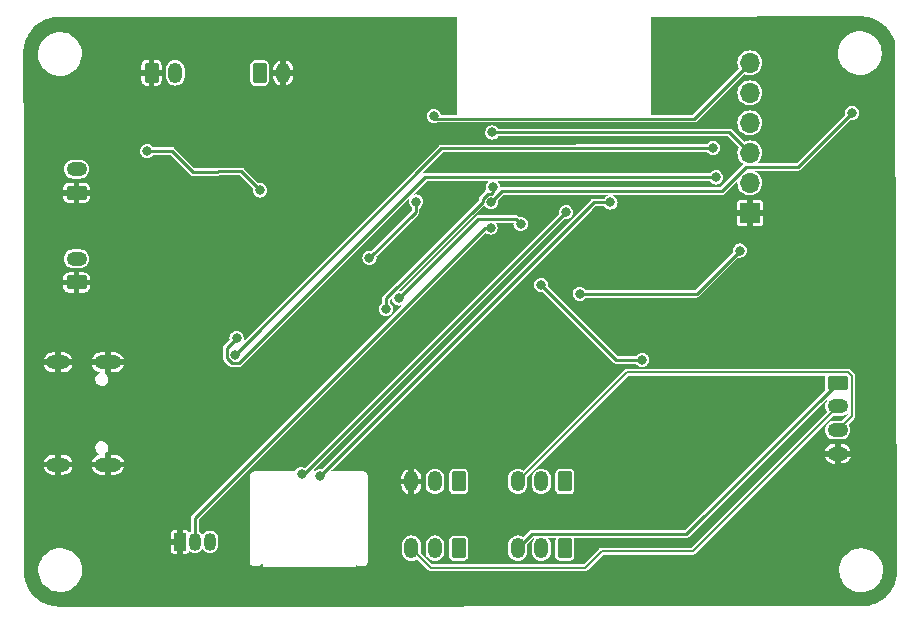
<source format=gbr>
%TF.GenerationSoftware,KiCad,Pcbnew,7.0.1*%
%TF.CreationDate,2023-11-12T23:31:08+01:00*%
%TF.ProjectId,GasWeighter,47617357-6569-4676-9874-65722e6b6963,rev?*%
%TF.SameCoordinates,Original*%
%TF.FileFunction,Copper,L2,Bot*%
%TF.FilePolarity,Positive*%
%FSLAX46Y46*%
G04 Gerber Fmt 4.6, Leading zero omitted, Abs format (unit mm)*
G04 Created by KiCad (PCBNEW 7.0.1) date 2023-11-12 23:31:08*
%MOMM*%
%LPD*%
G01*
G04 APERTURE LIST*
G04 Aperture macros list*
%AMRoundRect*
0 Rectangle with rounded corners*
0 $1 Rounding radius*
0 $2 $3 $4 $5 $6 $7 $8 $9 X,Y pos of 4 corners*
0 Add a 4 corners polygon primitive as box body*
4,1,4,$2,$3,$4,$5,$6,$7,$8,$9,$2,$3,0*
0 Add four circle primitives for the rounded corners*
1,1,$1+$1,$2,$3*
1,1,$1+$1,$4,$5*
1,1,$1+$1,$6,$7*
1,1,$1+$1,$8,$9*
0 Add four rect primitives between the rounded corners*
20,1,$1+$1,$2,$3,$4,$5,0*
20,1,$1+$1,$4,$5,$6,$7,0*
20,1,$1+$1,$6,$7,$8,$9,0*
20,1,$1+$1,$8,$9,$2,$3,0*%
G04 Aperture macros list end*
%TA.AperFunction,ComponentPad*%
%ADD10RoundRect,0.250000X-0.350000X-0.625000X0.350000X-0.625000X0.350000X0.625000X-0.350000X0.625000X0*%
%TD*%
%TA.AperFunction,ComponentPad*%
%ADD11O,1.200000X1.750000*%
%TD*%
%TA.AperFunction,ComponentPad*%
%ADD12RoundRect,0.250000X0.350000X0.625000X-0.350000X0.625000X-0.350000X-0.625000X0.350000X-0.625000X0*%
%TD*%
%TA.AperFunction,ComponentPad*%
%ADD13O,2.300000X1.200000*%
%TD*%
%TA.AperFunction,ComponentPad*%
%ADD14O,2.000000X1.200000*%
%TD*%
%TA.AperFunction,ComponentPad*%
%ADD15R,1.700000X1.700000*%
%TD*%
%TA.AperFunction,ComponentPad*%
%ADD16O,1.700000X1.700000*%
%TD*%
%TA.AperFunction,ComponentPad*%
%ADD17R,1.050000X1.500000*%
%TD*%
%TA.AperFunction,ComponentPad*%
%ADD18O,1.050000X1.500000*%
%TD*%
%TA.AperFunction,ComponentPad*%
%ADD19RoundRect,0.250000X0.625000X-0.350000X0.625000X0.350000X-0.625000X0.350000X-0.625000X-0.350000X0*%
%TD*%
%TA.AperFunction,ComponentPad*%
%ADD20O,1.750000X1.200000*%
%TD*%
%TA.AperFunction,ComponentPad*%
%ADD21RoundRect,0.250000X-0.625000X0.350000X-0.625000X-0.350000X0.625000X-0.350000X0.625000X0.350000X0*%
%TD*%
%TA.AperFunction,ViaPad*%
%ADD22C,0.500000*%
%TD*%
%TA.AperFunction,ViaPad*%
%ADD23C,0.800000*%
%TD*%
%TA.AperFunction,Conductor*%
%ADD24C,0.250000*%
%TD*%
%TA.AperFunction,Conductor*%
%ADD25C,0.200000*%
%TD*%
G04 APERTURE END LIST*
D10*
%TO.P,J12,1,Pin_1*%
%TO.N,Net-(J12-Pin_1)*%
X123150000Y-72100000D03*
D11*
%TO.P,J12,2,Pin_2*%
%TO.N,GND*%
X125150000Y-72100000D03*
%TD*%
D12*
%TO.P,J9,1,Pin_1*%
%TO.N,Net-(J7-Pin_1)*%
X149000000Y-112350000D03*
D11*
%TO.P,J9,2,Pin_2*%
%TO.N,Net-(J8-Pin_2)*%
X147000000Y-112350000D03*
%TO.P,J9,3,Pin_3*%
%TO.N,/E+*%
X145000000Y-112350000D03*
%TD*%
D12*
%TO.P,J7,1,Pin_1*%
%TO.N,Net-(J7-Pin_1)*%
X149000000Y-106700000D03*
D11*
%TO.P,J7,2,Pin_2*%
%TO.N,Net-(J6-Pin_2)*%
X147000000Y-106700000D03*
%TO.P,J7,3,Pin_3*%
%TO.N,/A-*%
X145000000Y-106700000D03*
%TD*%
D13*
%TO.P,P1,S1,SHIELD*%
%TO.N,GND*%
X110290000Y-96615000D03*
D14*
X106090000Y-96615000D03*
D13*
X110290000Y-105265000D03*
D14*
X106090000Y-105265000D03*
%TD*%
D15*
%TO.P,J11,1,Pin_1*%
%TO.N,GND*%
X164650000Y-83950000D03*
D16*
%TO.P,J11,2,Pin_2*%
%TO.N,/MCU/GPIO0*%
X164650000Y-81410000D03*
%TO.P,J11,3,Pin_3*%
%TO.N,/MCU/nRST*%
X164650000Y-78870000D03*
%TO.P,J11,4,Pin_4*%
%TO.N,/MCU/TX*%
X164650000Y-76330000D03*
%TO.P,J11,5,Pin_5*%
%TO.N,/MCU/RX*%
X164650000Y-73790000D03*
%TO.P,J11,6,Pin_6*%
%TO.N,+3.3V*%
X164650000Y-71250000D03*
%TD*%
D17*
%TO.P,U2,1,GND*%
%TO.N,GND*%
X116400000Y-111800000D03*
D18*
%TO.P,U2,2,DQ*%
%TO.N,/MCU/1-Wire*%
X117670000Y-111800000D03*
%TO.P,U2,3,V_{DD}*%
%TO.N,+3.3V*%
X118940000Y-111800000D03*
%TD*%
D12*
%TO.P,J6,1,Pin_1*%
%TO.N,Net-(J6-Pin_1)*%
X140000000Y-106700000D03*
D11*
%TO.P,J6,2,Pin_2*%
%TO.N,Net-(J6-Pin_2)*%
X138000000Y-106700000D03*
%TO.P,J6,3,Pin_3*%
%TO.N,GND*%
X136000000Y-106700000D03*
%TD*%
D19*
%TO.P,J2,1,Pin_1*%
%TO.N,GND*%
X107650000Y-82250000D03*
D20*
%TO.P,J2,2,Pin_2*%
%TO.N,VDC*%
X107650000Y-80250000D03*
%TD*%
D10*
%TO.P,J1,1,Pin_1*%
%TO.N,GND*%
X114000000Y-72100000D03*
D11*
%TO.P,J1,2,Pin_2*%
%TO.N,VBatt*%
X116000000Y-72100000D03*
%TD*%
D21*
%TO.P,J10,1,Pin_1*%
%TO.N,/E+*%
X172092500Y-98337500D03*
D20*
%TO.P,J10,2,Pin_2*%
%TO.N,/A+*%
X172092500Y-100337500D03*
%TO.P,J10,3,Pin_3*%
%TO.N,/A-*%
X172092500Y-102337500D03*
%TO.P,J10,4,Pin_4*%
%TO.N,GND*%
X172092500Y-104337500D03*
%TD*%
D19*
%TO.P,J3,1,Pin_1*%
%TO.N,GND*%
X107650000Y-89850000D03*
D20*
%TO.P,J3,2,Pin_2*%
%TO.N,VAA*%
X107650000Y-87850000D03*
%TD*%
D12*
%TO.P,J8,1,Pin_1*%
%TO.N,Net-(J6-Pin_1)*%
X140000000Y-112350000D03*
D11*
%TO.P,J8,2,Pin_2*%
%TO.N,Net-(J8-Pin_2)*%
X138000000Y-112350000D03*
%TO.P,J8,3,Pin_3*%
%TO.N,/A+*%
X136000000Y-112350000D03*
%TD*%
D22*
%TO.N,GND*%
X157500000Y-100000000D03*
D23*
X118050000Y-95300000D03*
X115800000Y-79850000D03*
D22*
X172500000Y-95000000D03*
X175000000Y-107500000D03*
D23*
X116600000Y-93650000D03*
D22*
X167500000Y-112500000D03*
X172500000Y-110000000D03*
X165000000Y-92500000D03*
D23*
X170400000Y-104425000D03*
D22*
X172500000Y-92500000D03*
D23*
X115750000Y-77950000D03*
X164300000Y-99900000D03*
X112350000Y-104150000D03*
D22*
X175000000Y-95000000D03*
D23*
X119300000Y-79750000D03*
D22*
X167500000Y-95000000D03*
D23*
X112400000Y-80950000D03*
D22*
X175000000Y-92500000D03*
X160000000Y-95000000D03*
D23*
X115100000Y-95600000D03*
D22*
X170000000Y-92500000D03*
X170000000Y-110000000D03*
X165000000Y-95000000D03*
D23*
X117600000Y-81500000D03*
D22*
X170000000Y-95000000D03*
X167500000Y-92500000D03*
D23*
X121600000Y-85700000D03*
D22*
X172500000Y-107500000D03*
D23*
X121750000Y-82250000D03*
D22*
X162500000Y-92500000D03*
X170000000Y-112500000D03*
D23*
X127550000Y-83350000D03*
X164650000Y-103800000D03*
X121900000Y-93550000D03*
X112200000Y-97700000D03*
%TO.N,/MCU/nRST*%
X142850000Y-77150000D03*
X142900000Y-81750000D03*
X133850000Y-92100000D03*
%TO.N,+3.3V*%
X136400000Y-83000000D03*
X150250000Y-90800000D03*
X163800000Y-87150000D03*
X137900000Y-75750000D03*
X132450000Y-87750000D03*
%TO.N,Net-(D2-K)*%
X113637500Y-78700000D03*
X123200000Y-82050000D03*
%TO.N,VCC*%
X155550000Y-96400000D03*
X147000000Y-90050000D03*
%TO.N,/MCU/GPIO16*%
X173300000Y-75500000D03*
X142750000Y-83050000D03*
%TO.N,/MCU/GPIO0*%
X145250000Y-84900000D03*
X134950000Y-91200000D03*
%TO.N,/MCU/TX*%
X121200000Y-94550000D03*
X161800000Y-80950000D03*
%TO.N,/MCU/RX*%
X121100000Y-95950000D03*
X161550000Y-78450000D03*
%TO.N,/MCU/1-Wire*%
X142700000Y-85200000D03*
%TO.N,/MCU/SDA*%
X152850000Y-83075500D03*
X128250000Y-106250000D03*
%TO.N,/MCU/SCL*%
X149100000Y-83900000D03*
X126700000Y-106100000D03*
%TD*%
D24*
%TO.N,/MCU/nRST*%
X142850000Y-77150000D02*
X162930000Y-77150000D01*
X142025000Y-83025000D02*
X142025000Y-82749695D01*
X142025000Y-82749695D02*
X142449695Y-82325000D01*
X133850000Y-92100000D02*
X133850000Y-91200000D01*
X142449695Y-82325000D02*
X142725000Y-82325000D01*
X142725000Y-82325000D02*
X142900000Y-82150000D01*
X133850000Y-91200000D02*
X142025000Y-83025000D01*
X162930000Y-77150000D02*
X164650000Y-78870000D01*
X142900000Y-82150000D02*
X142900000Y-81750000D01*
X142900000Y-81750000D02*
X142850000Y-81800000D01*
%TO.N,+3.3V*%
X136350000Y-83850000D02*
X136400000Y-83000000D01*
X137900000Y-75750000D02*
X138125000Y-75975000D01*
X150250000Y-90800000D02*
X160150000Y-90800000D01*
X138125000Y-75975000D02*
X159925000Y-75975000D01*
X132450000Y-87750000D02*
X136350000Y-83850000D01*
X159925000Y-75975000D02*
X164650000Y-71250000D01*
X136400000Y-83000000D02*
X136350000Y-83100000D01*
X160150000Y-90800000D02*
X163800000Y-87150000D01*
%TO.N,Net-(D2-K)*%
X121600000Y-80450000D02*
X119625305Y-80450000D01*
X119600305Y-80475000D02*
X117475000Y-80475000D01*
X123200000Y-82050000D02*
X121600000Y-80450000D01*
X119625305Y-80450000D02*
X119600305Y-80475000D01*
X117475000Y-80475000D02*
X115700000Y-78700000D01*
X115700000Y-78700000D02*
X113637500Y-78700000D01*
%TO.N,VCC*%
X153350000Y-96400000D02*
X155550000Y-96400000D01*
X147000000Y-90050000D02*
X153350000Y-96400000D01*
%TO.N,/E+*%
X146200000Y-111150000D02*
X159280000Y-111150000D01*
X159280000Y-111150000D02*
X172092500Y-98337500D01*
X145000000Y-112350000D02*
X146200000Y-111150000D01*
%TO.N,/MCU/GPIO16*%
X164353299Y-80045000D02*
X168755000Y-80045000D01*
X142750000Y-83050000D02*
X143700000Y-82100000D01*
X143700000Y-82100000D02*
X162298299Y-82100000D01*
X168755000Y-80045000D02*
X173300000Y-75500000D01*
X162298299Y-82100000D02*
X164353299Y-80045000D01*
D25*
%TO.N,/A-*%
X173267500Y-97759683D02*
X173267500Y-101162500D01*
X172945317Y-97437500D02*
X173267500Y-97759683D01*
X173267500Y-101162500D02*
X172092500Y-102337500D01*
X145000000Y-106700000D02*
X154262500Y-97437500D01*
X154262500Y-97437500D02*
X172945317Y-97437500D01*
%TO.N,/A+*%
X159830000Y-112600000D02*
X160090000Y-112340000D01*
X137650000Y-114000000D02*
X150697792Y-114000000D01*
X136000000Y-112350000D02*
X137650000Y-114000000D01*
X160005000Y-112425000D02*
X172092500Y-100337500D01*
X150697792Y-114000000D02*
X152097792Y-112600000D01*
X152097792Y-112600000D02*
X159830000Y-112600000D01*
D24*
%TO.N,/MCU/GPIO0*%
X141675000Y-84475000D02*
X144825000Y-84475000D01*
X134950000Y-91200000D02*
X141675000Y-84475000D01*
X144825000Y-84475000D02*
X145250000Y-84900000D01*
%TO.N,/MCU/TX*%
X121400305Y-96675000D02*
X120799695Y-96675000D01*
X137175305Y-80900000D02*
X121400305Y-96675000D01*
X120375000Y-95375000D02*
X121200000Y-94550000D01*
X120375000Y-96250305D02*
X120375000Y-95375000D01*
X161800000Y-80950000D02*
X161750000Y-80900000D01*
X120799695Y-96675000D02*
X120375000Y-96250305D01*
X161750000Y-80900000D02*
X137175305Y-80900000D01*
%TO.N,/MCU/RX*%
X121100000Y-95950000D02*
X138550000Y-78500000D01*
X138550000Y-78500000D02*
X161550000Y-78450000D01*
X161550000Y-78450000D02*
X161550000Y-78500000D01*
%TO.N,/MCU/1-Wire*%
X142250000Y-85200000D02*
X142700000Y-85200000D01*
X117670000Y-111800000D02*
X117670000Y-109780000D01*
X142700000Y-85200000D02*
X142650000Y-85200000D01*
X117670000Y-109780000D02*
X142250000Y-85200000D01*
%TO.N,/MCU/SDA*%
X152774500Y-83075500D02*
X152750000Y-83100000D01*
X152850000Y-83075500D02*
X152774500Y-83075500D01*
X128250000Y-106250000D02*
X151424500Y-83075500D01*
X151424500Y-83075500D02*
X152850000Y-83075500D01*
%TO.N,/MCU/SCL*%
X126900000Y-106100000D02*
X149100000Y-83900000D01*
X126700000Y-106100000D02*
X126900000Y-106100000D01*
%TD*%
%TA.AperFunction,Conductor*%
%TO.N,GND*%
G36*
X174079996Y-67321888D02*
G01*
X174212267Y-67328820D01*
X174396355Y-67339157D01*
X174401257Y-67339682D01*
X174554081Y-67363886D01*
X174554503Y-67363955D01*
X174717474Y-67391644D01*
X174721923Y-67392617D01*
X174874979Y-67433627D01*
X174875699Y-67433827D01*
X175030973Y-67478560D01*
X175034921Y-67479884D01*
X175184283Y-67537218D01*
X175185418Y-67537671D01*
X175333172Y-67598872D01*
X175336633Y-67600468D01*
X175479898Y-67673465D01*
X175481305Y-67674211D01*
X175620559Y-67751174D01*
X175623529Y-67752955D01*
X175758744Y-67840764D01*
X175760360Y-67841863D01*
X175889770Y-67933683D01*
X175892249Y-67935563D01*
X175954888Y-67986287D01*
X176017687Y-68037140D01*
X176019494Y-68038678D01*
X176137668Y-68144285D01*
X176139665Y-68146173D01*
X176253825Y-68260333D01*
X176255713Y-68262330D01*
X176361314Y-68380497D01*
X176362858Y-68382311D01*
X176464433Y-68507746D01*
X176466315Y-68510228D01*
X176558118Y-68639612D01*
X176559251Y-68641280D01*
X176647038Y-68776462D01*
X176648829Y-68779447D01*
X176725780Y-68918681D01*
X176726553Y-68920137D01*
X176799520Y-69063343D01*
X176801131Y-69066837D01*
X176862303Y-69214519D01*
X176862779Y-69215711D01*
X176920109Y-69365064D01*
X176921448Y-69369059D01*
X176955020Y-69485591D01*
X176956935Y-69499011D01*
X177090447Y-114715324D01*
X177089844Y-114723136D01*
X177086971Y-114741272D01*
X177086882Y-114741813D01*
X177058184Y-114910722D01*
X177057206Y-114915196D01*
X177017213Y-115064448D01*
X177016968Y-115065331D01*
X176971187Y-115224242D01*
X176969847Y-115228237D01*
X176913603Y-115374756D01*
X176913128Y-115375947D01*
X176850777Y-115526477D01*
X176849166Y-115529971D01*
X176777345Y-115670929D01*
X176776572Y-115672386D01*
X176698359Y-115813903D01*
X176696568Y-115816888D01*
X176610047Y-115950122D01*
X176608915Y-115951790D01*
X176515700Y-116083165D01*
X176513817Y-116085646D01*
X176413636Y-116209361D01*
X176412093Y-116211176D01*
X176304951Y-116331070D01*
X176303063Y-116333067D01*
X176190404Y-116445729D01*
X176188406Y-116447617D01*
X176068533Y-116554744D01*
X176066719Y-116556288D01*
X175942981Y-116656492D01*
X175940499Y-116658374D01*
X175809146Y-116751576D01*
X175807479Y-116752708D01*
X175674254Y-116839229D01*
X175671269Y-116841021D01*
X175529717Y-116919256D01*
X175528260Y-116920029D01*
X175387334Y-116991838D01*
X175383840Y-116993449D01*
X175233306Y-117055806D01*
X175232115Y-117056281D01*
X175085589Y-117112530D01*
X175081594Y-117113870D01*
X174922708Y-117159648D01*
X174921825Y-117159893D01*
X174772536Y-117199897D01*
X174768062Y-117200874D01*
X174599366Y-117229541D01*
X174598824Y-117229631D01*
X174451858Y-117252912D01*
X174446940Y-117253438D01*
X174246196Y-117264716D01*
X174246013Y-117264726D01*
X174131090Y-117270753D01*
X174128524Y-117270820D01*
X174128180Y-117270820D01*
X106201296Y-117299498D01*
X106198711Y-117299431D01*
X106066531Y-117292504D01*
X106066347Y-117292494D01*
X105882333Y-117282159D01*
X105877416Y-117281633D01*
X105724651Y-117257438D01*
X105724108Y-117257349D01*
X105561224Y-117229674D01*
X105556750Y-117228696D01*
X105403763Y-117187703D01*
X105402880Y-117187458D01*
X105247735Y-117142762D01*
X105243740Y-117141422D01*
X105094432Y-117084108D01*
X105093241Y-117083633D01*
X104945525Y-117022447D01*
X104942030Y-117020836D01*
X104798811Y-116947862D01*
X104797355Y-116947089D01*
X104658131Y-116870143D01*
X104655146Y-116868352D01*
X104519967Y-116780565D01*
X104518299Y-116779432D01*
X104388909Y-116687625D01*
X104386427Y-116685743D01*
X104261017Y-116584187D01*
X104259203Y-116582644D01*
X104141004Y-116477016D01*
X104139007Y-116475127D01*
X104024871Y-116360991D01*
X104022982Y-116358994D01*
X103917354Y-116240795D01*
X103915811Y-116238981D01*
X103814255Y-116113571D01*
X103812373Y-116111089D01*
X103794320Y-116085646D01*
X103720566Y-115981699D01*
X103719433Y-115980031D01*
X103691119Y-115936432D01*
X103631638Y-115844839D01*
X103629863Y-115841881D01*
X103552901Y-115702628D01*
X103552136Y-115701187D01*
X103546385Y-115689901D01*
X103479160Y-115557963D01*
X103477551Y-115554473D01*
X103449942Y-115487819D01*
X103416352Y-115406724D01*
X103415903Y-115405600D01*
X103358569Y-115256238D01*
X103357242Y-115252283D01*
X103312532Y-115097089D01*
X103312295Y-115096235D01*
X103305188Y-115069710D01*
X103271300Y-114943240D01*
X103270326Y-114938785D01*
X103242636Y-114775815D01*
X103242560Y-114775347D01*
X103241717Y-114770026D01*
X103218364Y-114622578D01*
X103217839Y-114617664D01*
X103207500Y-114433580D01*
X103200567Y-114301278D01*
X103200500Y-114298714D01*
X103200500Y-114279295D01*
X103200475Y-114279237D01*
X103200462Y-114267765D01*
X104417108Y-114267765D01*
X104420853Y-114301802D01*
X104446733Y-114537015D01*
X104515248Y-114799089D01*
X104621190Y-115048390D01*
X104745624Y-115252283D01*
X104762302Y-115279610D01*
X104935575Y-115487820D01*
X105137318Y-115668582D01*
X105363230Y-115818044D01*
X105608496Y-115933020D01*
X105753944Y-115976779D01*
X105867885Y-116011059D01*
X105867886Y-116011059D01*
X105867889Y-116011060D01*
X106135881Y-116050500D01*
X106338951Y-116050500D01*
X106338955Y-116050500D01*
X106440213Y-116043088D01*
X106541476Y-116035677D01*
X106805873Y-115976780D01*
X107058878Y-115880014D01*
X107295097Y-115747441D01*
X107509497Y-115581888D01*
X107697506Y-115386881D01*
X107855119Y-115166579D01*
X107978976Y-114925675D01*
X108014888Y-114820409D01*
X108066437Y-114669309D01*
X108075976Y-114617664D01*
X108115639Y-114402933D01*
X108125532Y-114132235D01*
X108095906Y-113862982D01*
X108027392Y-113600912D01*
X107921450Y-113351610D01*
X107780338Y-113120390D01*
X107607065Y-112912180D01*
X107405322Y-112731418D01*
X107179410Y-112581956D01*
X107179407Y-112581954D01*
X106934142Y-112466979D01*
X106674754Y-112388940D01*
X106429318Y-112352820D01*
X106406759Y-112349500D01*
X106203689Y-112349500D01*
X106203685Y-112349500D01*
X106001167Y-112364322D01*
X105736765Y-112423220D01*
X105483760Y-112519986D01*
X105247540Y-112652560D01*
X105033146Y-112818109D01*
X105033143Y-112818111D01*
X105033143Y-112818112D01*
X104954346Y-112899842D01*
X104845133Y-113013120D01*
X104687522Y-113233418D01*
X104563661Y-113474330D01*
X104476202Y-113730690D01*
X104427000Y-113997069D01*
X104417155Y-114266472D01*
X104417108Y-114267765D01*
X103200462Y-114267765D01*
X103197939Y-112050000D01*
X115625000Y-112050000D01*
X115625000Y-112574627D01*
X115639504Y-112647543D01*
X115694760Y-112730239D01*
X115777456Y-112785495D01*
X115850373Y-112800000D01*
X116150000Y-112800000D01*
X116650000Y-112800000D01*
X116949627Y-112800000D01*
X117022543Y-112785495D01*
X117105239Y-112730239D01*
X117160494Y-112647546D01*
X117161244Y-112643776D01*
X117176198Y-112617207D01*
X117203968Y-112604623D01*
X117233803Y-112610897D01*
X117290751Y-112643776D01*
X117380688Y-112695701D01*
X117543161Y-112744342D01*
X117712471Y-112754203D01*
X117879492Y-112724753D01*
X118035219Y-112657579D01*
X118171258Y-112556302D01*
X118190985Y-112532793D01*
X118269003Y-112439814D01*
X118294316Y-112423859D01*
X118324188Y-112425599D01*
X118347477Y-112444383D01*
X118380451Y-112494517D01*
X118503812Y-112610902D01*
X118650688Y-112695701D01*
X118813161Y-112744342D01*
X118982471Y-112754203D01*
X119149492Y-112724753D01*
X119305219Y-112657579D01*
X119441258Y-112556302D01*
X119550273Y-112426383D01*
X119626388Y-112274825D01*
X119659211Y-112136334D01*
X119665500Y-112109800D01*
X119665500Y-111532746D01*
X119662848Y-111510057D01*
X119650750Y-111406549D01*
X119592744Y-111247180D01*
X119499549Y-111105483D01*
X119376188Y-110989098D01*
X119376187Y-110989097D01*
X119229314Y-110904300D01*
X119229313Y-110904299D01*
X119229312Y-110904299D01*
X119132161Y-110875214D01*
X119066837Y-110855657D01*
X118897531Y-110845797D01*
X118897530Y-110845797D01*
X118786181Y-110865430D01*
X118730507Y-110875247D01*
X118614722Y-110925192D01*
X118574784Y-110942420D01*
X118574779Y-110942422D01*
X118438741Y-111043698D01*
X118340996Y-111160186D01*
X118315682Y-111176140D01*
X118285811Y-111174400D01*
X118262521Y-111155615D01*
X118229548Y-111105482D01*
X118106187Y-110989097D01*
X118020000Y-110939337D01*
X118002065Y-110921402D01*
X117995500Y-110896902D01*
X117995500Y-109935122D01*
X118009852Y-109900474D01*
X130115973Y-97794353D01*
X142247176Y-85663149D01*
X142278618Y-85648903D01*
X142311651Y-85658923D01*
X142397159Y-85724536D01*
X142543238Y-85785044D01*
X142700000Y-85805682D01*
X142856762Y-85785044D01*
X143002841Y-85724536D01*
X143128282Y-85628282D01*
X143224536Y-85502841D01*
X143285044Y-85356762D01*
X143305682Y-85200000D01*
X143285044Y-85043238D01*
X143224536Y-84897159D01*
X143210853Y-84879327D01*
X143200914Y-84845230D01*
X143216624Y-84813374D01*
X143249728Y-84800500D01*
X144601543Y-84800500D01*
X144627871Y-84808174D01*
X144645952Y-84828791D01*
X144650124Y-84855895D01*
X144644317Y-84899999D01*
X144664066Y-85050000D01*
X144664956Y-85056762D01*
X144725464Y-85202841D01*
X144725465Y-85202842D01*
X144821717Y-85328282D01*
X144899801Y-85388197D01*
X144947159Y-85424536D01*
X145093238Y-85485044D01*
X145250000Y-85505682D01*
X145406762Y-85485044D01*
X145552841Y-85424536D01*
X145678282Y-85328282D01*
X145774536Y-85202841D01*
X145835044Y-85056762D01*
X145855682Y-84900000D01*
X145835044Y-84743238D01*
X145774536Y-84597159D01*
X145738197Y-84549801D01*
X145678282Y-84471717D01*
X145552842Y-84375465D01*
X145552841Y-84375464D01*
X145406762Y-84314956D01*
X145250000Y-84294318D01*
X145249999Y-84294318D01*
X145145511Y-84308074D01*
X145123364Y-84305893D01*
X145104467Y-84294141D01*
X145066724Y-84256398D01*
X145063847Y-84253259D01*
X145037455Y-84221806D01*
X145004609Y-84202842D01*
X145001911Y-84201284D01*
X144998306Y-84198988D01*
X144994306Y-84196187D01*
X144964684Y-84175446D01*
X144964683Y-84175445D01*
X144964682Y-84175445D01*
X144956867Y-84173351D01*
X144945050Y-84168456D01*
X144938044Y-84164411D01*
X144897632Y-84157285D01*
X144893460Y-84156360D01*
X144853809Y-84145735D01*
X144812912Y-84149314D01*
X144808641Y-84149500D01*
X141691350Y-84149500D01*
X141687081Y-84149314D01*
X141646193Y-84145737D01*
X141646192Y-84145737D01*
X141606536Y-84156362D01*
X141602384Y-84157282D01*
X141561955Y-84164412D01*
X141561953Y-84164412D01*
X141561953Y-84164413D01*
X141554944Y-84168459D01*
X141543133Y-84173351D01*
X141535314Y-84175446D01*
X141501698Y-84198984D01*
X141498096Y-84201279D01*
X141462545Y-84221805D01*
X141436160Y-84253248D01*
X141433273Y-84256398D01*
X135095531Y-90594141D01*
X135076633Y-90605893D01*
X135054487Y-90608073D01*
X135041940Y-90606422D01*
X135018472Y-90603332D01*
X134987332Y-90586247D01*
X134975916Y-90552613D01*
X134990220Y-90520104D01*
X142156442Y-83353882D01*
X142180482Y-83340693D01*
X142207847Y-83342487D01*
X142229962Y-83358703D01*
X142321717Y-83478282D01*
X142386220Y-83527776D01*
X142447159Y-83574536D01*
X142593238Y-83635044D01*
X142750000Y-83655682D01*
X142906762Y-83635044D01*
X143052841Y-83574536D01*
X143178282Y-83478282D01*
X143274536Y-83352841D01*
X143335044Y-83206762D01*
X143355682Y-83050000D01*
X143341925Y-82945509D01*
X143344106Y-82923364D01*
X143355856Y-82904468D01*
X143820473Y-82439852D01*
X143855122Y-82425500D01*
X152603716Y-82425500D01*
X152634801Y-82436622D01*
X152651774Y-82464940D01*
X152646930Y-82497598D01*
X152622468Y-82519770D01*
X152547157Y-82550965D01*
X152421717Y-82647217D01*
X152357561Y-82730829D01*
X152340359Y-82744947D01*
X152318687Y-82750000D01*
X151440850Y-82750000D01*
X151436581Y-82749814D01*
X151395693Y-82746237D01*
X151395692Y-82746237D01*
X151356036Y-82756862D01*
X151351884Y-82757782D01*
X151311455Y-82764912D01*
X151311453Y-82764912D01*
X151311453Y-82764913D01*
X151304444Y-82768959D01*
X151292633Y-82773851D01*
X151284814Y-82775946D01*
X151251198Y-82799484D01*
X151247596Y-82801779D01*
X151212045Y-82822305D01*
X151185660Y-82853748D01*
X151182773Y-82856898D01*
X128395531Y-105644141D01*
X128376634Y-105655893D01*
X128354487Y-105658073D01*
X128250000Y-105644318D01*
X128249999Y-105644318D01*
X128093237Y-105664956D01*
X128010539Y-105699211D01*
X127966833Y-105717315D01*
X127947157Y-105725465D01*
X127863218Y-105789874D01*
X127833389Y-105800000D01*
X127778622Y-105800000D01*
X127743974Y-105785648D01*
X127729622Y-105751000D01*
X127743974Y-105716352D01*
X132943571Y-100516755D01*
X148954468Y-84505856D01*
X148973364Y-84494106D01*
X148995510Y-84491925D01*
X149100000Y-84505682D01*
X149256762Y-84485044D01*
X149402841Y-84424536D01*
X149528282Y-84328282D01*
X149624536Y-84202841D01*
X149685044Y-84056762D01*
X149705682Y-83900000D01*
X149685044Y-83743238D01*
X149624536Y-83597159D01*
X149552886Y-83503782D01*
X149528282Y-83471717D01*
X149426519Y-83393633D01*
X149402841Y-83375464D01*
X149256762Y-83314956D01*
X149100000Y-83294318D01*
X148943237Y-83314956D01*
X148797157Y-83375465D01*
X148671717Y-83471717D01*
X148575465Y-83597157D01*
X148575464Y-83597158D01*
X148575464Y-83597159D01*
X148557742Y-83639942D01*
X148514956Y-83743237D01*
X148501513Y-83845344D01*
X148494318Y-83900000D01*
X148504993Y-83981088D01*
X148508074Y-84004487D01*
X148505893Y-84026634D01*
X148494141Y-84045531D01*
X126998675Y-105540997D01*
X126973586Y-105554407D01*
X126945276Y-105551619D01*
X126856764Y-105514956D01*
X126700000Y-105494318D01*
X126543237Y-105514956D01*
X126397157Y-105575465D01*
X126271717Y-105671717D01*
X126187994Y-105780829D01*
X126170792Y-105794947D01*
X126149120Y-105800000D01*
X123400000Y-105800000D01*
X123400000Y-105800500D01*
X123385648Y-105835148D01*
X123351000Y-105849500D01*
X122701118Y-105849500D01*
X122698884Y-105849449D01*
X122653278Y-105847367D01*
X122562152Y-105868694D01*
X122480364Y-105914190D01*
X122414190Y-105980364D01*
X122368694Y-106062152D01*
X122347367Y-106153278D01*
X122349449Y-106198884D01*
X122349500Y-106201118D01*
X122349500Y-113498102D01*
X122349356Y-113501860D01*
X122345536Y-113551516D01*
X122369854Y-113652026D01*
X122369854Y-113652027D01*
X122369855Y-113652028D01*
X122424044Y-113740105D01*
X122502798Y-113807127D01*
X122559001Y-113830291D01*
X122598407Y-113846532D01*
X122612738Y-113847634D01*
X122641341Y-113849834D01*
X122643951Y-113850500D01*
X122648109Y-113850500D01*
X122651837Y-113850642D01*
X122665392Y-113851676D01*
X122668581Y-113850500D01*
X122998882Y-113850500D01*
X123001116Y-113850551D01*
X123046721Y-113852632D01*
X123046721Y-113852631D01*
X123046722Y-113852632D01*
X123137848Y-113831306D01*
X123219634Y-113785811D01*
X123285811Y-113719634D01*
X123308180Y-113679420D01*
X123331708Y-113658200D01*
X123363304Y-113655812D01*
X123389755Y-113673258D01*
X123400000Y-113703242D01*
X123400000Y-113900000D01*
X131300000Y-113900000D01*
X131300000Y-113773741D01*
X131314352Y-113739093D01*
X131349000Y-113724741D01*
X131383647Y-113739092D01*
X131430366Y-113785811D01*
X131512152Y-113831306D01*
X131603278Y-113852632D01*
X131648884Y-113850550D01*
X131651118Y-113850500D01*
X131981419Y-113850500D01*
X131984607Y-113851676D01*
X131998163Y-113850642D01*
X132001891Y-113850500D01*
X132006499Y-113850500D01*
X132009146Y-113849796D01*
X132051592Y-113846532D01*
X132147202Y-113807127D01*
X132225956Y-113740105D01*
X132280145Y-113652028D01*
X132304464Y-113551516D01*
X132300643Y-113501859D01*
X132300500Y-113498102D01*
X132300500Y-112669954D01*
X135199500Y-112669954D01*
X135214631Y-112804256D01*
X135274210Y-112974522D01*
X135327731Y-113059699D01*
X135370184Y-113127262D01*
X135497738Y-113254816D01*
X135554503Y-113290484D01*
X135650477Y-113350789D01*
X135820744Y-113410368D01*
X135838895Y-113412413D01*
X136000000Y-113430565D01*
X136179255Y-113410368D01*
X136349522Y-113350789D01*
X136455408Y-113284255D01*
X136486964Y-113277053D01*
X136516126Y-113291097D01*
X137397201Y-114172172D01*
X137405555Y-114183784D01*
X137406041Y-114184227D01*
X137406042Y-114184228D01*
X137441608Y-114216651D01*
X137443220Y-114218191D01*
X137457203Y-114232174D01*
X137460161Y-114234200D01*
X137465474Y-114238409D01*
X137489067Y-114259916D01*
X137502441Y-114265097D01*
X137503639Y-114265561D01*
X137513630Y-114270827D01*
X137526519Y-114279656D01*
X137557592Y-114286964D01*
X137564052Y-114288964D01*
X137593827Y-114300500D01*
X137609454Y-114300500D01*
X137620672Y-114301801D01*
X137635881Y-114305379D01*
X137667487Y-114300970D01*
X137674257Y-114300500D01*
X150640782Y-114300500D01*
X150654903Y-114302803D01*
X150655556Y-114302772D01*
X150655557Y-114302773D01*
X150703602Y-114300551D01*
X150705865Y-114300500D01*
X150725635Y-114300500D01*
X150725636Y-114300500D01*
X150729157Y-114299841D01*
X150735901Y-114299058D01*
X150767784Y-114297585D01*
X150782082Y-114291270D01*
X150789139Y-114289085D01*
X172224468Y-114289085D01*
X172226261Y-114305379D01*
X172254093Y-114558335D01*
X172322608Y-114820409D01*
X172428550Y-115069710D01*
X172556650Y-115279610D01*
X172569662Y-115300930D01*
X172657704Y-115406724D01*
X172725191Y-115487819D01*
X172742935Y-115509140D01*
X172944678Y-115689902D01*
X173170590Y-115839364D01*
X173415856Y-115954340D01*
X173561304Y-115998099D01*
X173675245Y-116032379D01*
X173675246Y-116032379D01*
X173675249Y-116032380D01*
X173943241Y-116071820D01*
X174146311Y-116071820D01*
X174146315Y-116071820D01*
X174247573Y-116064408D01*
X174348836Y-116056997D01*
X174613233Y-115998100D01*
X174866238Y-115901334D01*
X175102457Y-115768761D01*
X175316857Y-115603208D01*
X175504866Y-115408201D01*
X175662479Y-115187899D01*
X175786336Y-114946995D01*
X175804090Y-114894954D01*
X175873797Y-114690629D01*
X175888037Y-114613533D01*
X175922999Y-114424253D01*
X175932892Y-114153555D01*
X175903266Y-113884302D01*
X175834752Y-113622232D01*
X175728810Y-113372930D01*
X175587698Y-113141710D01*
X175414425Y-112933500D01*
X175212682Y-112752738D01*
X174986770Y-112603276D01*
X174986767Y-112603274D01*
X174741502Y-112488299D01*
X174482114Y-112410260D01*
X174236270Y-112374080D01*
X174214119Y-112370820D01*
X174011049Y-112370820D01*
X174011045Y-112370820D01*
X173808527Y-112385642D01*
X173544125Y-112444540D01*
X173291120Y-112541306D01*
X173054900Y-112673880D01*
X172840506Y-112839429D01*
X172840503Y-112839431D01*
X172840503Y-112839432D01*
X172781576Y-112900552D01*
X172652493Y-113034440D01*
X172494882Y-113254738D01*
X172371021Y-113495650D01*
X172283562Y-113752010D01*
X172234360Y-114018389D01*
X172224615Y-114285061D01*
X172224468Y-114289085D01*
X150789139Y-114289085D01*
X150792863Y-114287932D01*
X150808225Y-114285061D01*
X150835362Y-114268258D01*
X150841354Y-114265100D01*
X150870557Y-114252206D01*
X150881608Y-114241154D01*
X150890450Y-114234149D01*
X150903744Y-114225919D01*
X150922983Y-114200440D01*
X150927426Y-114195335D01*
X152207910Y-112914852D01*
X152242559Y-112900500D01*
X159772990Y-112900500D01*
X159787111Y-112902803D01*
X159787764Y-112902772D01*
X159787765Y-112902773D01*
X159835810Y-112900551D01*
X159838073Y-112900500D01*
X159857843Y-112900500D01*
X159857844Y-112900500D01*
X159861365Y-112899841D01*
X159868109Y-112899058D01*
X159899992Y-112897585D01*
X159914290Y-112891270D01*
X159925071Y-112887932D01*
X159940433Y-112885061D01*
X159967570Y-112868258D01*
X159973562Y-112865100D01*
X160002765Y-112852206D01*
X160013816Y-112841154D01*
X160022659Y-112834148D01*
X160035952Y-112825919D01*
X160055191Y-112800440D01*
X160059634Y-112795335D01*
X160322175Y-112532797D01*
X160322175Y-112532796D01*
X160327793Y-112527179D01*
X160327797Y-112527172D01*
X168267469Y-104587500D01*
X171004758Y-104587500D01*
X171023214Y-104653974D01*
X171109815Y-104817321D01*
X171229507Y-104958233D01*
X171376697Y-105070124D01*
X171544495Y-105147756D01*
X171725055Y-105187500D01*
X171842500Y-105187500D01*
X171842500Y-104587500D01*
X172342500Y-104587500D01*
X172342500Y-105187500D01*
X172413582Y-105187500D01*
X172551303Y-105172522D01*
X172726510Y-105113487D01*
X172884930Y-105018169D01*
X173019157Y-104891023D01*
X173122912Y-104737995D01*
X173182875Y-104587500D01*
X172342500Y-104587500D01*
X171842500Y-104587500D01*
X171004758Y-104587500D01*
X168267469Y-104587500D01*
X168767469Y-104087500D01*
X171002125Y-104087500D01*
X171842500Y-104087500D01*
X171842500Y-103487500D01*
X172342500Y-103487500D01*
X172342500Y-104087500D01*
X173180241Y-104087500D01*
X173161785Y-104021025D01*
X173075184Y-103857678D01*
X172955492Y-103716766D01*
X172808302Y-103604875D01*
X172640504Y-103527243D01*
X172459945Y-103487500D01*
X172342500Y-103487500D01*
X171842500Y-103487500D01*
X171771418Y-103487500D01*
X171633696Y-103502477D01*
X171458489Y-103561512D01*
X171300069Y-103656830D01*
X171165842Y-103783976D01*
X171062087Y-103937004D01*
X171002125Y-104087500D01*
X168767469Y-104087500D01*
X171705913Y-101149056D01*
X171724375Y-101137456D01*
X171746045Y-101135014D01*
X171772546Y-101138000D01*
X172412454Y-101138000D01*
X172546756Y-101122868D01*
X172717022Y-101063289D01*
X172759680Y-101036485D01*
X172869762Y-100967316D01*
X172883352Y-100953726D01*
X172918000Y-100939374D01*
X172952648Y-100953726D01*
X172967000Y-100988374D01*
X172967000Y-101017733D01*
X172963270Y-101036485D01*
X172952648Y-101052381D01*
X172479086Y-101525941D01*
X172460622Y-101537543D01*
X172438953Y-101539985D01*
X172412454Y-101537000D01*
X171772546Y-101537000D01*
X171638243Y-101552131D01*
X171467977Y-101611710D01*
X171315237Y-101707684D01*
X171187684Y-101835237D01*
X171091710Y-101987977D01*
X171032131Y-102158244D01*
X171011935Y-102337500D01*
X171032131Y-102516755D01*
X171091710Y-102687022D01*
X171187683Y-102839761D01*
X171187684Y-102839762D01*
X171315238Y-102967316D01*
X171372004Y-103002984D01*
X171467977Y-103063289D01*
X171638243Y-103122868D01*
X171772546Y-103138000D01*
X172412454Y-103138000D01*
X172546756Y-103122868D01*
X172717022Y-103063289D01*
X172717021Y-103063289D01*
X172869762Y-102967316D01*
X172997316Y-102839762D01*
X173093289Y-102687022D01*
X173152868Y-102516755D01*
X173173065Y-102337500D01*
X173152868Y-102158245D01*
X173093289Y-101987978D01*
X173026755Y-101882089D01*
X173019553Y-101850534D01*
X173033596Y-101821373D01*
X173439672Y-101415297D01*
X173451284Y-101406944D01*
X173451726Y-101406458D01*
X173451728Y-101406458D01*
X173484161Y-101370879D01*
X173485682Y-101369287D01*
X173499674Y-101355297D01*
X173501707Y-101352328D01*
X173505913Y-101347020D01*
X173527416Y-101323433D01*
X173533060Y-101308863D01*
X173538329Y-101298867D01*
X173547157Y-101285981D01*
X173554467Y-101254898D01*
X173556468Y-101248437D01*
X173568000Y-101218673D01*
X173568000Y-101203047D01*
X173569302Y-101191827D01*
X173572879Y-101176618D01*
X173568470Y-101145013D01*
X173568000Y-101138243D01*
X173568000Y-97816697D01*
X173570304Y-97802571D01*
X173568052Y-97753862D01*
X173568000Y-97751599D01*
X173568000Y-97731840D01*
X173567573Y-97729554D01*
X173567341Y-97728316D01*
X173566559Y-97721577D01*
X173565085Y-97689692D01*
X173558772Y-97675394D01*
X173555431Y-97664605D01*
X173552561Y-97649250D01*
X173535760Y-97622116D01*
X173532599Y-97616118D01*
X173519706Y-97586918D01*
X173508658Y-97575869D01*
X173501645Y-97567017D01*
X173493418Y-97553730D01*
X173467948Y-97534496D01*
X173462829Y-97530041D01*
X173198116Y-97265328D01*
X173189759Y-97253714D01*
X173189275Y-97253273D01*
X173189275Y-97253272D01*
X173153708Y-97220848D01*
X173152093Y-97219305D01*
X173138115Y-97205326D01*
X173135157Y-97203300D01*
X173129840Y-97199088D01*
X173106249Y-97177583D01*
X173091671Y-97171935D01*
X173081683Y-97166670D01*
X173068798Y-97157843D01*
X173037737Y-97150538D01*
X173031255Y-97148531D01*
X173009014Y-97139915D01*
X173001490Y-97137000D01*
X172985863Y-97137000D01*
X172974644Y-97135698D01*
X172972390Y-97135168D01*
X172959435Y-97132120D01*
X172927830Y-97136530D01*
X172921060Y-97137000D01*
X154319510Y-97137000D01*
X154305388Y-97134696D01*
X154256690Y-97136948D01*
X154254427Y-97137000D01*
X154234653Y-97137000D01*
X154231125Y-97137659D01*
X154224392Y-97138440D01*
X154192507Y-97139914D01*
X154178206Y-97146229D01*
X154167422Y-97149568D01*
X154152065Y-97152439D01*
X154124929Y-97169239D01*
X154118931Y-97172401D01*
X154089734Y-97185294D01*
X154078685Y-97196342D01*
X154069838Y-97203350D01*
X154056548Y-97211580D01*
X154037314Y-97237049D01*
X154032860Y-97242167D01*
X145516126Y-105758901D01*
X145486964Y-105772945D01*
X145455409Y-105765743D01*
X145349521Y-105699210D01*
X145179255Y-105639631D01*
X145000000Y-105619435D01*
X144820744Y-105639631D01*
X144650477Y-105699210D01*
X144497737Y-105795184D01*
X144370184Y-105922737D01*
X144274210Y-106075477D01*
X144214631Y-106245743D01*
X144199500Y-106380046D01*
X144199500Y-107019954D01*
X144214631Y-107154256D01*
X144274210Y-107324522D01*
X144327731Y-107409699D01*
X144370184Y-107477262D01*
X144497738Y-107604816D01*
X144532498Y-107626657D01*
X144650477Y-107700789D01*
X144820744Y-107760368D01*
X144838895Y-107762413D01*
X145000000Y-107780565D01*
X145179255Y-107760368D01*
X145349522Y-107700789D01*
X145502262Y-107604816D01*
X145629816Y-107477262D01*
X145725789Y-107324522D01*
X145785368Y-107154255D01*
X145800500Y-107019954D01*
X146199500Y-107019954D01*
X146214631Y-107154256D01*
X146274210Y-107324522D01*
X146327731Y-107409699D01*
X146370184Y-107477262D01*
X146497738Y-107604816D01*
X146532498Y-107626657D01*
X146650477Y-107700789D01*
X146820744Y-107760368D01*
X146838895Y-107762413D01*
X147000000Y-107780565D01*
X147179255Y-107760368D01*
X147349522Y-107700789D01*
X147502262Y-107604816D01*
X147629816Y-107477262D01*
X147691391Y-107379266D01*
X148199500Y-107379266D01*
X148202354Y-107409699D01*
X148247207Y-107537883D01*
X148327849Y-107647150D01*
X148437116Y-107727792D01*
X148437117Y-107727792D01*
X148437118Y-107727793D01*
X148565301Y-107772646D01*
X148595734Y-107775500D01*
X149404266Y-107775500D01*
X149434699Y-107772646D01*
X149562882Y-107727793D01*
X149672150Y-107647150D01*
X149752793Y-107537882D01*
X149797646Y-107409699D01*
X149800500Y-107379266D01*
X149800500Y-106020734D01*
X149797646Y-105990301D01*
X149752793Y-105862118D01*
X149743443Y-105849449D01*
X149672150Y-105752849D01*
X149562883Y-105672207D01*
X149434699Y-105627354D01*
X149404266Y-105624500D01*
X148595734Y-105624500D01*
X148565300Y-105627354D01*
X148437116Y-105672207D01*
X148327849Y-105752849D01*
X148247207Y-105862116D01*
X148202354Y-105990300D01*
X148199500Y-106020734D01*
X148199500Y-107379266D01*
X147691391Y-107379266D01*
X147725789Y-107324522D01*
X147785368Y-107154255D01*
X147800500Y-107019954D01*
X147800500Y-106380046D01*
X147795149Y-106332555D01*
X147785368Y-106245743D01*
X147725789Y-106075477D01*
X147645632Y-105947909D01*
X147629816Y-105922738D01*
X147502262Y-105795184D01*
X147455407Y-105765743D01*
X147349522Y-105699210D01*
X147179255Y-105639631D01*
X147000000Y-105619435D01*
X146820744Y-105639631D01*
X146650477Y-105699210D01*
X146497737Y-105795184D01*
X146370184Y-105922737D01*
X146274210Y-106075477D01*
X146214631Y-106245743D01*
X146199500Y-106380046D01*
X146199500Y-107019954D01*
X145800500Y-107019954D01*
X145800500Y-106380046D01*
X145797513Y-106353545D01*
X145799956Y-106331875D01*
X145811556Y-106313413D01*
X154372618Y-97752352D01*
X154407267Y-97738000D01*
X171008461Y-97738000D01*
X171037558Y-97747575D01*
X171055284Y-97772557D01*
X171054711Y-97803183D01*
X171019854Y-97902799D01*
X171017000Y-97933234D01*
X171017000Y-98741766D01*
X171019854Y-98772199D01*
X171055726Y-98874715D01*
X171057247Y-98901803D01*
X171044124Y-98925547D01*
X159159526Y-110810148D01*
X159143629Y-110820770D01*
X159124878Y-110824500D01*
X146216350Y-110824500D01*
X146212081Y-110824314D01*
X146171193Y-110820737D01*
X146171192Y-110820737D01*
X146131536Y-110831362D01*
X146127384Y-110832282D01*
X146086955Y-110839412D01*
X146086953Y-110839412D01*
X146086953Y-110839413D01*
X146079944Y-110843459D01*
X146068133Y-110848351D01*
X146060314Y-110850446D01*
X146026698Y-110873984D01*
X146023096Y-110876279D01*
X145987545Y-110896805D01*
X145961160Y-110928248D01*
X145958273Y-110931398D01*
X145494413Y-111395258D01*
X145465251Y-111409302D01*
X145433696Y-111402100D01*
X145349521Y-111349210D01*
X145179255Y-111289631D01*
X145000000Y-111269435D01*
X144820744Y-111289631D01*
X144650477Y-111349210D01*
X144497737Y-111445184D01*
X144370184Y-111572737D01*
X144274210Y-111725477D01*
X144214631Y-111895743D01*
X144199500Y-112030046D01*
X144199500Y-112669954D01*
X144214631Y-112804256D01*
X144274210Y-112974522D01*
X144327731Y-113059699D01*
X144370184Y-113127262D01*
X144497738Y-113254816D01*
X144554503Y-113290484D01*
X144650477Y-113350789D01*
X144820744Y-113410368D01*
X144838895Y-113412413D01*
X145000000Y-113430565D01*
X145179255Y-113410368D01*
X145349522Y-113350789D01*
X145502262Y-113254816D01*
X145629816Y-113127262D01*
X145725789Y-112974522D01*
X145740143Y-112933500D01*
X145785368Y-112804256D01*
X145800500Y-112669954D01*
X145800500Y-112030121D01*
X145804230Y-112011369D01*
X145814852Y-111995473D01*
X146170027Y-111640299D01*
X146286846Y-111523480D01*
X146318746Y-111509206D01*
X146352044Y-111519819D01*
X146369801Y-111549921D01*
X146362982Y-111584199D01*
X146274210Y-111725477D01*
X146214631Y-111895743D01*
X146199500Y-112030046D01*
X146199500Y-112669954D01*
X146214631Y-112804256D01*
X146274210Y-112974522D01*
X146327731Y-113059699D01*
X146370184Y-113127262D01*
X146497738Y-113254816D01*
X146554503Y-113290484D01*
X146650477Y-113350789D01*
X146820744Y-113410368D01*
X146838895Y-113412413D01*
X147000000Y-113430565D01*
X147179255Y-113410368D01*
X147349522Y-113350789D01*
X147502262Y-113254816D01*
X147629816Y-113127262D01*
X147725789Y-112974522D01*
X147740143Y-112933500D01*
X147785368Y-112804256D01*
X147800500Y-112669954D01*
X147800500Y-112030046D01*
X147785368Y-111895743D01*
X147725789Y-111725477D01*
X147629815Y-111572737D01*
X147616226Y-111559148D01*
X147601874Y-111524500D01*
X147616226Y-111489852D01*
X147650874Y-111475500D01*
X148190961Y-111475500D01*
X148220058Y-111485075D01*
X148237784Y-111510057D01*
X148237211Y-111540683D01*
X148202354Y-111640299D01*
X148199500Y-111670734D01*
X148199500Y-113029266D01*
X148202354Y-113059699D01*
X148247207Y-113187883D01*
X148327849Y-113297150D01*
X148437116Y-113377792D01*
X148437117Y-113377792D01*
X148437118Y-113377793D01*
X148565301Y-113422646D01*
X148595734Y-113425500D01*
X149404266Y-113425500D01*
X149434699Y-113422646D01*
X149562882Y-113377793D01*
X149672150Y-113297150D01*
X149752793Y-113187882D01*
X149797646Y-113059699D01*
X149800500Y-113029266D01*
X149800500Y-111670734D01*
X149797646Y-111640301D01*
X149774005Y-111572738D01*
X149762789Y-111540683D01*
X149762216Y-111510057D01*
X149779942Y-111485075D01*
X149809039Y-111475500D01*
X159263641Y-111475500D01*
X159267911Y-111475685D01*
X159308807Y-111479264D01*
X159348462Y-111468637D01*
X159352623Y-111467715D01*
X159393045Y-111460588D01*
X159400052Y-111456541D01*
X159411865Y-111451648D01*
X159419684Y-111449554D01*
X159453330Y-111425993D01*
X159456885Y-111423729D01*
X159492455Y-111403194D01*
X159518854Y-111371731D01*
X159521721Y-111368603D01*
X171104346Y-99785980D01*
X171136246Y-99771706D01*
X171169544Y-99782319D01*
X171187301Y-99812421D01*
X171180482Y-99846699D01*
X171091710Y-99987977D01*
X171032131Y-100158244D01*
X171011935Y-100337500D01*
X171032131Y-100516755D01*
X171091710Y-100687021D01*
X171158243Y-100792908D01*
X171165445Y-100824463D01*
X171151401Y-100853625D01*
X159894083Y-112110945D01*
X159719881Y-112285148D01*
X159703985Y-112295770D01*
X159685233Y-112299500D01*
X152154802Y-112299500D01*
X152140680Y-112297196D01*
X152091982Y-112299448D01*
X152089719Y-112299500D01*
X152069945Y-112299500D01*
X152066417Y-112300159D01*
X152059684Y-112300940D01*
X152027799Y-112302414D01*
X152013498Y-112308729D01*
X152002714Y-112312068D01*
X151987357Y-112314939D01*
X151960221Y-112331739D01*
X151954223Y-112334901D01*
X151925026Y-112347794D01*
X151913977Y-112358842D01*
X151905130Y-112365850D01*
X151891840Y-112374080D01*
X151872606Y-112399549D01*
X151868152Y-112404667D01*
X150587673Y-113685148D01*
X150571777Y-113695770D01*
X150553025Y-113699500D01*
X137794768Y-113699500D01*
X137760120Y-113685148D01*
X136811558Y-112736587D01*
X136799956Y-112718123D01*
X136797514Y-112696452D01*
X136797599Y-112695699D01*
X136800500Y-112669954D01*
X137199500Y-112669954D01*
X137214631Y-112804256D01*
X137274210Y-112974522D01*
X137327731Y-113059699D01*
X137370184Y-113127262D01*
X137497738Y-113254816D01*
X137554503Y-113290484D01*
X137650477Y-113350789D01*
X137820744Y-113410368D01*
X137838895Y-113412413D01*
X138000000Y-113430565D01*
X138179255Y-113410368D01*
X138349522Y-113350789D01*
X138502262Y-113254816D01*
X138629816Y-113127262D01*
X138691391Y-113029266D01*
X139199500Y-113029266D01*
X139202354Y-113059699D01*
X139247207Y-113187883D01*
X139327849Y-113297150D01*
X139437116Y-113377792D01*
X139437117Y-113377792D01*
X139437118Y-113377793D01*
X139565301Y-113422646D01*
X139595734Y-113425500D01*
X140404266Y-113425500D01*
X140434699Y-113422646D01*
X140562882Y-113377793D01*
X140672150Y-113297150D01*
X140752793Y-113187882D01*
X140797646Y-113059699D01*
X140800500Y-113029266D01*
X140800500Y-111670734D01*
X140797646Y-111640301D01*
X140752793Y-111512118D01*
X140736618Y-111490201D01*
X140672150Y-111402849D01*
X140562883Y-111322207D01*
X140434699Y-111277354D01*
X140404266Y-111274500D01*
X139595734Y-111274500D01*
X139565300Y-111277354D01*
X139437116Y-111322207D01*
X139327849Y-111402849D01*
X139247207Y-111512116D01*
X139202354Y-111640300D01*
X139199500Y-111670734D01*
X139199500Y-113029266D01*
X138691391Y-113029266D01*
X138725789Y-112974522D01*
X138740143Y-112933500D01*
X138785368Y-112804256D01*
X138800500Y-112669954D01*
X138800500Y-112030046D01*
X138785368Y-111895743D01*
X138725789Y-111725477D01*
X138629815Y-111572737D01*
X138502262Y-111445184D01*
X138349522Y-111349210D01*
X138179255Y-111289631D01*
X138000000Y-111269435D01*
X137820744Y-111289631D01*
X137650477Y-111349210D01*
X137497737Y-111445184D01*
X137370184Y-111572737D01*
X137274210Y-111725477D01*
X137214631Y-111895743D01*
X137199500Y-112030046D01*
X137199500Y-112669954D01*
X136800500Y-112669954D01*
X136800500Y-112030046D01*
X136785368Y-111895745D01*
X136785368Y-111895743D01*
X136725789Y-111725477D01*
X136629815Y-111572737D01*
X136502262Y-111445184D01*
X136349522Y-111349210D01*
X136179255Y-111289631D01*
X136000000Y-111269435D01*
X135820744Y-111289631D01*
X135650477Y-111349210D01*
X135497737Y-111445184D01*
X135370184Y-111572737D01*
X135274210Y-111725477D01*
X135214631Y-111895743D01*
X135199500Y-112030046D01*
X135199500Y-112669954D01*
X132300500Y-112669954D01*
X132300500Y-106950000D01*
X135150000Y-106950000D01*
X135150000Y-107021082D01*
X135164977Y-107158803D01*
X135224012Y-107334010D01*
X135319330Y-107492430D01*
X135446476Y-107626657D01*
X135599504Y-107730412D01*
X135750000Y-107790375D01*
X135750000Y-106950000D01*
X136250000Y-106950000D01*
X136250000Y-107787741D01*
X136316474Y-107769285D01*
X136479821Y-107682684D01*
X136620733Y-107562992D01*
X136732624Y-107415802D01*
X136810256Y-107248004D01*
X136850000Y-107067445D01*
X136850000Y-107019954D01*
X137199500Y-107019954D01*
X137214631Y-107154256D01*
X137274210Y-107324522D01*
X137327731Y-107409699D01*
X137370184Y-107477262D01*
X137497738Y-107604816D01*
X137532498Y-107626657D01*
X137650477Y-107700789D01*
X137820744Y-107760368D01*
X137838895Y-107762413D01*
X138000000Y-107780565D01*
X138179255Y-107760368D01*
X138349522Y-107700789D01*
X138502262Y-107604816D01*
X138629816Y-107477262D01*
X138691391Y-107379266D01*
X139199500Y-107379266D01*
X139202354Y-107409699D01*
X139247207Y-107537883D01*
X139327849Y-107647150D01*
X139437116Y-107727792D01*
X139437117Y-107727792D01*
X139437118Y-107727793D01*
X139565301Y-107772646D01*
X139595734Y-107775500D01*
X140404266Y-107775500D01*
X140434699Y-107772646D01*
X140562882Y-107727793D01*
X140672150Y-107647150D01*
X140752793Y-107537882D01*
X140797646Y-107409699D01*
X140800500Y-107379266D01*
X140800500Y-106020734D01*
X140797646Y-105990301D01*
X140752793Y-105862118D01*
X140743443Y-105849449D01*
X140672150Y-105752849D01*
X140562883Y-105672207D01*
X140434699Y-105627354D01*
X140404266Y-105624500D01*
X139595734Y-105624500D01*
X139565300Y-105627354D01*
X139437116Y-105672207D01*
X139327849Y-105752849D01*
X139247207Y-105862116D01*
X139202354Y-105990300D01*
X139199500Y-106020734D01*
X139199500Y-107379266D01*
X138691391Y-107379266D01*
X138725789Y-107324522D01*
X138785368Y-107154255D01*
X138800500Y-107019954D01*
X138800500Y-106380046D01*
X138795149Y-106332555D01*
X138785368Y-106245743D01*
X138725789Y-106075477D01*
X138645632Y-105947909D01*
X138629816Y-105922738D01*
X138502262Y-105795184D01*
X138455407Y-105765743D01*
X138349522Y-105699210D01*
X138179255Y-105639631D01*
X138000000Y-105619435D01*
X137820744Y-105639631D01*
X137650477Y-105699210D01*
X137497737Y-105795184D01*
X137370184Y-105922737D01*
X137274210Y-106075477D01*
X137214631Y-106245743D01*
X137199500Y-106380046D01*
X137199500Y-107019954D01*
X136850000Y-107019954D01*
X136850000Y-106950000D01*
X136250000Y-106950000D01*
X135750000Y-106950000D01*
X135150000Y-106950000D01*
X132300500Y-106950000D01*
X132300500Y-106450000D01*
X135150000Y-106450000D01*
X135750000Y-106450000D01*
X135750000Y-105612258D01*
X135683525Y-105630714D01*
X135520178Y-105717315D01*
X135379266Y-105837007D01*
X135267375Y-105984197D01*
X135189743Y-106151995D01*
X135150000Y-106332555D01*
X135150000Y-106450000D01*
X132300500Y-106450000D01*
X132300500Y-106201118D01*
X132300551Y-106198884D01*
X132302632Y-106153278D01*
X132302332Y-106151995D01*
X132281306Y-106062152D01*
X132235811Y-105980366D01*
X132169634Y-105914189D01*
X132087848Y-105868694D01*
X132059749Y-105862118D01*
X131996721Y-105847367D01*
X131951116Y-105849449D01*
X131948882Y-105849500D01*
X131349000Y-105849500D01*
X131314352Y-105835148D01*
X131300000Y-105800500D01*
X131300000Y-105800000D01*
X129278622Y-105800000D01*
X129251399Y-105791742D01*
X129233352Y-105769751D01*
X129230564Y-105741441D01*
X129243974Y-105716352D01*
X129350702Y-105609624D01*
X136249999Y-105609624D01*
X136250000Y-105609625D01*
X136250000Y-106450000D01*
X136850000Y-106450000D01*
X136850000Y-106378918D01*
X136835022Y-106241196D01*
X136775987Y-106065989D01*
X136680669Y-105907569D01*
X136553523Y-105773342D01*
X136400495Y-105669587D01*
X136249999Y-105609624D01*
X129350702Y-105609624D01*
X144910327Y-90050000D01*
X146394318Y-90050000D01*
X146414956Y-90206762D01*
X146475464Y-90352841D01*
X146475465Y-90352842D01*
X146571717Y-90478282D01*
X146626220Y-90520103D01*
X146697159Y-90574536D01*
X146843238Y-90635044D01*
X147000000Y-90655682D01*
X147104488Y-90641925D01*
X147126634Y-90644106D01*
X147145532Y-90655858D01*
X153108269Y-96618595D01*
X153111157Y-96621747D01*
X153137542Y-96653192D01*
X153137544Y-96653193D01*
X153137545Y-96653194D01*
X153173116Y-96673731D01*
X153176676Y-96675999D01*
X153210316Y-96699554D01*
X153218128Y-96701647D01*
X153229947Y-96706542D01*
X153236953Y-96710587D01*
X153236955Y-96710588D01*
X153277392Y-96717717D01*
X153281534Y-96718636D01*
X153307150Y-96725500D01*
X153321192Y-96729263D01*
X153321192Y-96729262D01*
X153321193Y-96729263D01*
X153362079Y-96725686D01*
X153366350Y-96725500D01*
X155018687Y-96725500D01*
X155040359Y-96730553D01*
X155057561Y-96744671D01*
X155121717Y-96828282D01*
X155169570Y-96865000D01*
X155247159Y-96924536D01*
X155393238Y-96985044D01*
X155550000Y-97005682D01*
X155706762Y-96985044D01*
X155852841Y-96924536D01*
X155978282Y-96828282D01*
X156074536Y-96702841D01*
X156135044Y-96556762D01*
X156155682Y-96400000D01*
X156135044Y-96243238D01*
X156074536Y-96097159D01*
X155995584Y-95994266D01*
X155978282Y-95971717D01*
X155876519Y-95893633D01*
X155852841Y-95875464D01*
X155706762Y-95814956D01*
X155550000Y-95794318D01*
X155393237Y-95814956D01*
X155247157Y-95875465D01*
X155121717Y-95971717D01*
X155057561Y-96055329D01*
X155040359Y-96069447D01*
X155018687Y-96074500D01*
X153505122Y-96074500D01*
X153470474Y-96060148D01*
X148210326Y-90800000D01*
X149644318Y-90800000D01*
X149664956Y-90956762D01*
X149725464Y-91102841D01*
X149737161Y-91118085D01*
X149821717Y-91228282D01*
X149874096Y-91268473D01*
X149947159Y-91324536D01*
X150093238Y-91385044D01*
X150250000Y-91405682D01*
X150406762Y-91385044D01*
X150552841Y-91324536D01*
X150678282Y-91228282D01*
X150690708Y-91212088D01*
X150742439Y-91144671D01*
X150759641Y-91130553D01*
X150781313Y-91125500D01*
X160133641Y-91125500D01*
X160137911Y-91125685D01*
X160178807Y-91129264D01*
X160218462Y-91118637D01*
X160222623Y-91117715D01*
X160263045Y-91110588D01*
X160270052Y-91106541D01*
X160281865Y-91101648D01*
X160289684Y-91099554D01*
X160323330Y-91075993D01*
X160326885Y-91073729D01*
X160362455Y-91053194D01*
X160388854Y-91021731D01*
X160391721Y-91018603D01*
X163654468Y-87755856D01*
X163673364Y-87744106D01*
X163695510Y-87741925D01*
X163800000Y-87755682D01*
X163956762Y-87735044D01*
X164102841Y-87674536D01*
X164228282Y-87578282D01*
X164324536Y-87452841D01*
X164385044Y-87306762D01*
X164405682Y-87150000D01*
X164385044Y-86993238D01*
X164324536Y-86847159D01*
X164288197Y-86799801D01*
X164228282Y-86721717D01*
X164102842Y-86625465D01*
X164102841Y-86625464D01*
X163956762Y-86564956D01*
X163800000Y-86544318D01*
X163643237Y-86564956D01*
X163497157Y-86625465D01*
X163371717Y-86721717D01*
X163275465Y-86847157D01*
X163214956Y-86993237D01*
X163194318Y-87149999D01*
X163208074Y-87254487D01*
X163205893Y-87276634D01*
X163194141Y-87295531D01*
X160029526Y-90460148D01*
X160013629Y-90470770D01*
X159994878Y-90474500D01*
X150781313Y-90474500D01*
X150759641Y-90469447D01*
X150742439Y-90455329D01*
X150678282Y-90371717D01*
X150552842Y-90275465D01*
X150552841Y-90275464D01*
X150406762Y-90214956D01*
X150250000Y-90194318D01*
X150093237Y-90214956D01*
X149947157Y-90275465D01*
X149821717Y-90371717D01*
X149725465Y-90497157D01*
X149664956Y-90643237D01*
X149663294Y-90655858D01*
X149644318Y-90800000D01*
X148210326Y-90800000D01*
X147605858Y-90195532D01*
X147594106Y-90176634D01*
X147591925Y-90154488D01*
X147605682Y-90050000D01*
X147585044Y-89893238D01*
X147524536Y-89747159D01*
X147488197Y-89699801D01*
X147428282Y-89621717D01*
X147302842Y-89525465D01*
X147302841Y-89525464D01*
X147156762Y-89464956D01*
X147000000Y-89444318D01*
X146843237Y-89464956D01*
X146697157Y-89525465D01*
X146571717Y-89621717D01*
X146475465Y-89747157D01*
X146475464Y-89747158D01*
X146475464Y-89747159D01*
X146414956Y-89893238D01*
X146394318Y-90050000D01*
X144910327Y-90050000D01*
X150760327Y-84200000D01*
X163550000Y-84200000D01*
X163550000Y-84824627D01*
X163564504Y-84897543D01*
X163619760Y-84980239D01*
X163702456Y-85035495D01*
X163775373Y-85050000D01*
X164400000Y-85050000D01*
X164400000Y-84200000D01*
X164900000Y-84200000D01*
X164900000Y-85050000D01*
X165524627Y-85050000D01*
X165597543Y-85035495D01*
X165680239Y-84980239D01*
X165735495Y-84897543D01*
X165750000Y-84824627D01*
X165750000Y-84200000D01*
X164900000Y-84200000D01*
X164400000Y-84200000D01*
X163550000Y-84200000D01*
X150760327Y-84200000D01*
X151260327Y-83700000D01*
X163550000Y-83700000D01*
X164400000Y-83700000D01*
X164400000Y-82850000D01*
X164900000Y-82850000D01*
X164900000Y-83700000D01*
X165750000Y-83700000D01*
X165750000Y-83075373D01*
X165735495Y-83002456D01*
X165680239Y-82919760D01*
X165597543Y-82864504D01*
X165524627Y-82850000D01*
X164900000Y-82850000D01*
X164400000Y-82850000D01*
X163775373Y-82850000D01*
X163702456Y-82864504D01*
X163619760Y-82919760D01*
X163564504Y-83002456D01*
X163550000Y-83075373D01*
X163550000Y-83700000D01*
X151260327Y-83700000D01*
X151544975Y-83415352D01*
X151579623Y-83401000D01*
X152318687Y-83401000D01*
X152340359Y-83406053D01*
X152357561Y-83420171D01*
X152421717Y-83503782D01*
X152459737Y-83532955D01*
X152547159Y-83600036D01*
X152693238Y-83660544D01*
X152850000Y-83681182D01*
X153006762Y-83660544D01*
X153152841Y-83600036D01*
X153278282Y-83503782D01*
X153374536Y-83378341D01*
X153435044Y-83232262D01*
X153455682Y-83075500D01*
X153435044Y-82918738D01*
X153374536Y-82772659D01*
X153316603Y-82697159D01*
X153278282Y-82647217D01*
X153152842Y-82550965D01*
X153152841Y-82550964D01*
X153077531Y-82519769D01*
X153053070Y-82497598D01*
X153048226Y-82464940D01*
X153065199Y-82436622D01*
X153096284Y-82425500D01*
X162281940Y-82425500D01*
X162286210Y-82425685D01*
X162327106Y-82429264D01*
X162366761Y-82418637D01*
X162370922Y-82417715D01*
X162411344Y-82410588D01*
X162418351Y-82406541D01*
X162430164Y-82401648D01*
X162437983Y-82399554D01*
X162471629Y-82375993D01*
X162475184Y-82373729D01*
X162510754Y-82353194D01*
X162537153Y-82321731D01*
X162540020Y-82318603D01*
X163513512Y-81345111D01*
X163539781Y-81331482D01*
X163569108Y-81335465D01*
X163590792Y-81355609D01*
X163596922Y-81384563D01*
X163594416Y-81409999D01*
X163614699Y-81615934D01*
X163670670Y-81800446D01*
X163674768Y-81813954D01*
X163772315Y-81996450D01*
X163903590Y-82156410D01*
X164063550Y-82287685D01*
X164246046Y-82385232D01*
X164305665Y-82403317D01*
X164444065Y-82445300D01*
X164462529Y-82447118D01*
X164650000Y-82465583D01*
X164855934Y-82445300D01*
X165053954Y-82385232D01*
X165236450Y-82287685D01*
X165396410Y-82156410D01*
X165527685Y-81996450D01*
X165625232Y-81813954D01*
X165685300Y-81615934D01*
X165705583Y-81410000D01*
X165685300Y-81204066D01*
X165625232Y-81006046D01*
X165527685Y-80823550D01*
X165396410Y-80663590D01*
X165236450Y-80532315D01*
X165106235Y-80462713D01*
X165084539Y-80439357D01*
X165081803Y-80407594D01*
X165099189Y-80380871D01*
X165129335Y-80370500D01*
X168738641Y-80370500D01*
X168742911Y-80370685D01*
X168783807Y-80374264D01*
X168823462Y-80363637D01*
X168827623Y-80362715D01*
X168868045Y-80355588D01*
X168875052Y-80351541D01*
X168886865Y-80346648D01*
X168894684Y-80344554D01*
X168928330Y-80320993D01*
X168931885Y-80318729D01*
X168967455Y-80298194D01*
X168993854Y-80266731D01*
X168996721Y-80263603D01*
X173154468Y-76105856D01*
X173173364Y-76094106D01*
X173195510Y-76091925D01*
X173300000Y-76105682D01*
X173456762Y-76085044D01*
X173602841Y-76024536D01*
X173728282Y-75928282D01*
X173824536Y-75802841D01*
X173885044Y-75656762D01*
X173905682Y-75500000D01*
X173885044Y-75343238D01*
X173824536Y-75197159D01*
X173783990Y-75144318D01*
X173728282Y-75071717D01*
X173602842Y-74975465D01*
X173602841Y-74975464D01*
X173456762Y-74914956D01*
X173300000Y-74894318D01*
X173143237Y-74914956D01*
X172997157Y-74975465D01*
X172871717Y-75071717D01*
X172775465Y-75197157D01*
X172714956Y-75343237D01*
X172694318Y-75499999D01*
X172708074Y-75604487D01*
X172705893Y-75626634D01*
X172694141Y-75645531D01*
X168634526Y-79705148D01*
X168618629Y-79715770D01*
X168599878Y-79719500D01*
X165407740Y-79719500D01*
X165379525Y-79710562D01*
X165361604Y-79687007D01*
X165360515Y-79657431D01*
X165376654Y-79632622D01*
X165396410Y-79616410D01*
X165527685Y-79456450D01*
X165625232Y-79273954D01*
X165685300Y-79075934D01*
X165705583Y-78870000D01*
X165685300Y-78664066D01*
X165625232Y-78466046D01*
X165527685Y-78283550D01*
X165396410Y-78123590D01*
X165236450Y-77992315D01*
X165053954Y-77894768D01*
X165053953Y-77894767D01*
X165053952Y-77894767D01*
X164855934Y-77834699D01*
X164650000Y-77814417D01*
X164444065Y-77834699D01*
X164246044Y-77894768D01*
X164205791Y-77916284D01*
X164175503Y-77921540D01*
X164148045Y-77907718D01*
X163171724Y-76931398D01*
X163168847Y-76928259D01*
X163142455Y-76896806D01*
X163106911Y-76876284D01*
X163103306Y-76873988D01*
X163099306Y-76871187D01*
X163069684Y-76850446D01*
X163069683Y-76850445D01*
X163069682Y-76850445D01*
X163061867Y-76848351D01*
X163050050Y-76843456D01*
X163043044Y-76839411D01*
X163002632Y-76832285D01*
X162998460Y-76831360D01*
X162958809Y-76820735D01*
X162917912Y-76824314D01*
X162913641Y-76824500D01*
X143381313Y-76824500D01*
X143359641Y-76819447D01*
X143342439Y-76805329D01*
X143278282Y-76721717D01*
X143152842Y-76625465D01*
X143152841Y-76625464D01*
X143006762Y-76564956D01*
X142850000Y-76544318D01*
X142693237Y-76564956D01*
X142547157Y-76625465D01*
X142421717Y-76721717D01*
X142325465Y-76847157D01*
X142325464Y-76847158D01*
X142325464Y-76847159D01*
X142314351Y-76873988D01*
X142291877Y-76928246D01*
X142264956Y-76993238D01*
X142244318Y-77150000D01*
X142264956Y-77306762D01*
X142325464Y-77452841D01*
X142325465Y-77452842D01*
X142421717Y-77578282D01*
X142499801Y-77638197D01*
X142547159Y-77674536D01*
X142693238Y-77735044D01*
X142850000Y-77755682D01*
X143006762Y-77735044D01*
X143152841Y-77674536D01*
X143278282Y-77578282D01*
X143342438Y-77494671D01*
X143359641Y-77480553D01*
X143381313Y-77475500D01*
X162774878Y-77475500D01*
X162793630Y-77479230D01*
X162809526Y-77489852D01*
X163687718Y-78368045D01*
X163701540Y-78395503D01*
X163696284Y-78425791D01*
X163674768Y-78466044D01*
X163614699Y-78664065D01*
X163594417Y-78869999D01*
X163614699Y-79075934D01*
X163659777Y-79224536D01*
X163674768Y-79273954D01*
X163772315Y-79456450D01*
X163903590Y-79616410D01*
X164011718Y-79705148D01*
X164063551Y-79747686D01*
X164087873Y-79760686D01*
X164108722Y-79782228D01*
X164113121Y-79811882D01*
X164099423Y-79838548D01*
X162177825Y-81760148D01*
X162161928Y-81770770D01*
X162143177Y-81774500D01*
X143716359Y-81774500D01*
X143712088Y-81774314D01*
X143671192Y-81770735D01*
X143631528Y-81781363D01*
X143627357Y-81782287D01*
X143586955Y-81789411D01*
X143579944Y-81793459D01*
X143568163Y-81798343D01*
X143567899Y-81798413D01*
X143567667Y-81798475D01*
X143536221Y-81796432D01*
X143512522Y-81775662D01*
X143508633Y-81756118D01*
X143506524Y-81756396D01*
X143505308Y-81747157D01*
X143485044Y-81593238D01*
X143424536Y-81447159D01*
X143371685Y-81378282D01*
X143328282Y-81321717D01*
X143317408Y-81313374D01*
X143300347Y-81288724D01*
X143300837Y-81258750D01*
X143318696Y-81234671D01*
X143347237Y-81225500D01*
X161231399Y-81225500D01*
X161258623Y-81233759D01*
X161270644Y-81248408D01*
X161271537Y-81247723D01*
X161371717Y-81378282D01*
X161449801Y-81438197D01*
X161497159Y-81474536D01*
X161643238Y-81535044D01*
X161800000Y-81555682D01*
X161956762Y-81535044D01*
X162102841Y-81474536D01*
X162228282Y-81378282D01*
X162324536Y-81252841D01*
X162385044Y-81106762D01*
X162405682Y-80950000D01*
X162385044Y-80793238D01*
X162324536Y-80647159D01*
X162254073Y-80555329D01*
X162228282Y-80521717D01*
X162114966Y-80434768D01*
X162102841Y-80425464D01*
X161956762Y-80364956D01*
X161800000Y-80344318D01*
X161643237Y-80364956D01*
X161497157Y-80425465D01*
X161371717Y-80521718D01*
X161345927Y-80555329D01*
X161328725Y-80569447D01*
X161307053Y-80574500D01*
X137191664Y-80574500D01*
X137187393Y-80574314D01*
X137146497Y-80570735D01*
X137106833Y-80581363D01*
X137102662Y-80582287D01*
X137062260Y-80589411D01*
X137055249Y-80593459D01*
X137043442Y-80598350D01*
X137042121Y-80598703D01*
X137040498Y-80599138D01*
X137009063Y-80597082D01*
X136985376Y-80576313D01*
X136979229Y-80545416D01*
X136993161Y-80517163D01*
X138670811Y-78839513D01*
X138705350Y-78825162D01*
X161019466Y-78776653D01*
X161041195Y-78781683D01*
X161058446Y-78795824D01*
X161121718Y-78878282D01*
X161247159Y-78974536D01*
X161393238Y-79035044D01*
X161550000Y-79055682D01*
X161706762Y-79035044D01*
X161852841Y-78974536D01*
X161978282Y-78878282D01*
X162074536Y-78752841D01*
X162135044Y-78606762D01*
X162155682Y-78450000D01*
X162135044Y-78293238D01*
X162074536Y-78147159D01*
X162033990Y-78094318D01*
X161978282Y-78021717D01*
X161852842Y-77925465D01*
X161852841Y-77925464D01*
X161706762Y-77864956D01*
X161550000Y-77844318D01*
X161393237Y-77864956D01*
X161290002Y-77907718D01*
X161256633Y-77921540D01*
X161247157Y-77925465D01*
X161121719Y-78021716D01*
X161056672Y-78106485D01*
X161039518Y-78120578D01*
X161017905Y-78125655D01*
X138566060Y-78174464D01*
X138561683Y-78174278D01*
X138521191Y-78170735D01*
X138481151Y-78181465D01*
X138477082Y-78182372D01*
X138436278Y-78189658D01*
X138429636Y-78193512D01*
X138417735Y-78198457D01*
X138410315Y-78200445D01*
X138376368Y-78224215D01*
X138372857Y-78226457D01*
X138336996Y-78247266D01*
X138310932Y-78278464D01*
X138307976Y-78281696D01*
X121872276Y-94717396D01*
X121845610Y-94731094D01*
X121815956Y-94726695D01*
X121794414Y-94705846D01*
X121789047Y-94676353D01*
X121805682Y-94550000D01*
X121785044Y-94393238D01*
X121724536Y-94247159D01*
X121688197Y-94199801D01*
X121628282Y-94121717D01*
X121502842Y-94025465D01*
X121502841Y-94025464D01*
X121356762Y-93964956D01*
X121200000Y-93944318D01*
X121043237Y-93964956D01*
X120897157Y-94025465D01*
X120771717Y-94121717D01*
X120675465Y-94247157D01*
X120614956Y-94393237D01*
X120594318Y-94549999D01*
X120608074Y-94654487D01*
X120605893Y-94676634D01*
X120594141Y-94695531D01*
X120156403Y-95133269D01*
X120153252Y-95136156D01*
X120121807Y-95162542D01*
X120101278Y-95198098D01*
X120098982Y-95201701D01*
X120075446Y-95235314D01*
X120073351Y-95243133D01*
X120068459Y-95254944D01*
X120064411Y-95261955D01*
X120057287Y-95302357D01*
X120056363Y-95306528D01*
X120045735Y-95346192D01*
X120049314Y-95387088D01*
X120049500Y-95391359D01*
X120049500Y-96233946D01*
X120049314Y-96238217D01*
X120045735Y-96279114D01*
X120056360Y-96318765D01*
X120057285Y-96322937D01*
X120064411Y-96363349D01*
X120068456Y-96370355D01*
X120073351Y-96382172D01*
X120075445Y-96389987D01*
X120098988Y-96423611D01*
X120101284Y-96427216D01*
X120121806Y-96462761D01*
X120153253Y-96489148D01*
X120156405Y-96492036D01*
X120557969Y-96893601D01*
X120560850Y-96896744D01*
X120587240Y-96928194D01*
X120622788Y-96948717D01*
X120626384Y-96951007D01*
X120660011Y-96974553D01*
X120667826Y-96976647D01*
X120679636Y-96981539D01*
X120686650Y-96985588D01*
X120727091Y-96992718D01*
X120731237Y-96993638D01*
X120756845Y-97000500D01*
X120770887Y-97004263D01*
X120770887Y-97004262D01*
X120770888Y-97004263D01*
X120811774Y-97000686D01*
X120816045Y-97000500D01*
X121383946Y-97000500D01*
X121388216Y-97000685D01*
X121429112Y-97004264D01*
X121468767Y-96993637D01*
X121472928Y-96992715D01*
X121513350Y-96985588D01*
X121520357Y-96981541D01*
X121532170Y-96976648D01*
X121539989Y-96974554D01*
X121573635Y-96950993D01*
X121577190Y-96948729D01*
X121612760Y-96928194D01*
X121639159Y-96896731D01*
X121642029Y-96893601D01*
X135731468Y-82804162D01*
X135758133Y-82790465D01*
X135787787Y-82794864D01*
X135809329Y-82815712D01*
X135814696Y-82845207D01*
X135799954Y-82957188D01*
X135794318Y-83000000D01*
X135814956Y-83156762D01*
X135875464Y-83302841D01*
X135875465Y-83302842D01*
X135971717Y-83428282D01*
X136024806Y-83469018D01*
X136039541Y-83487520D01*
X136043892Y-83510769D01*
X136033423Y-83688745D01*
X136019156Y-83720516D01*
X132595531Y-87144141D01*
X132576634Y-87155893D01*
X132554487Y-87158073D01*
X132450000Y-87144318D01*
X132449999Y-87144318D01*
X132293237Y-87164956D01*
X132147157Y-87225465D01*
X132021717Y-87321717D01*
X131925465Y-87447157D01*
X131925464Y-87447158D01*
X131925464Y-87447159D01*
X131923110Y-87452842D01*
X131903379Y-87500478D01*
X131864956Y-87593238D01*
X131844318Y-87750000D01*
X131864956Y-87906762D01*
X131925464Y-88052841D01*
X131925465Y-88052842D01*
X132021717Y-88178282D01*
X132099801Y-88238197D01*
X132147159Y-88274536D01*
X132293238Y-88335044D01*
X132450000Y-88355682D01*
X132606762Y-88335044D01*
X132752841Y-88274536D01*
X132878282Y-88178282D01*
X132974536Y-88052841D01*
X133035044Y-87906762D01*
X133055682Y-87750000D01*
X133041925Y-87645509D01*
X133044106Y-87623364D01*
X133055856Y-87604468D01*
X136560799Y-84099525D01*
X136566196Y-84094863D01*
X136590281Y-84076956D01*
X136618938Y-84033438D01*
X136619677Y-84032351D01*
X136649554Y-83989684D01*
X136649554Y-83989681D01*
X136651095Y-83987482D01*
X136652792Y-83983704D01*
X136653414Y-83981088D01*
X136665457Y-83930402D01*
X136665773Y-83929153D01*
X136679264Y-83878807D01*
X136676647Y-83848908D01*
X136676546Y-83841766D01*
X136683679Y-83720516D01*
X136693530Y-83553030D01*
X136699154Y-83532955D01*
X136712615Y-83517036D01*
X136828282Y-83428282D01*
X136924536Y-83302841D01*
X136985044Y-83156762D01*
X137005682Y-83000000D01*
X136985044Y-82843238D01*
X136924536Y-82697159D01*
X136868443Y-82624057D01*
X136828282Y-82571717D01*
X136702842Y-82475465D01*
X136702841Y-82475464D01*
X136556762Y-82414956D01*
X136400000Y-82394318D01*
X136399999Y-82394318D01*
X136245207Y-82414696D01*
X136215712Y-82409329D01*
X136194864Y-82387787D01*
X136190465Y-82358133D01*
X136204162Y-82331468D01*
X137295778Y-81239852D01*
X137330427Y-81225500D01*
X142452763Y-81225500D01*
X142481304Y-81234671D01*
X142499163Y-81258750D01*
X142499653Y-81288724D01*
X142482592Y-81313374D01*
X142471717Y-81321717D01*
X142375465Y-81447157D01*
X142375464Y-81447158D01*
X142375464Y-81447159D01*
X142368092Y-81464956D01*
X142314956Y-81593237D01*
X142311206Y-81621718D01*
X142294318Y-81750000D01*
X142300431Y-81796432D01*
X142314956Y-81906763D01*
X142337329Y-81960778D01*
X142340315Y-81988036D01*
X142328189Y-82012629D01*
X142316533Y-82019703D01*
X142317086Y-82020493D01*
X142276393Y-82048985D01*
X142272794Y-82051277D01*
X142237240Y-82071806D01*
X142237239Y-82071806D01*
X142237239Y-82071807D01*
X142210855Y-82103248D01*
X142207968Y-82106398D01*
X141806403Y-82507964D01*
X141803252Y-82510851D01*
X141771807Y-82537237D01*
X141751278Y-82572793D01*
X141748982Y-82576396D01*
X141725446Y-82610009D01*
X141723351Y-82617828D01*
X141718459Y-82629639D01*
X141714411Y-82636650D01*
X141707287Y-82677052D01*
X141706363Y-82681223D01*
X141695735Y-82720887D01*
X141699314Y-82761783D01*
X141699500Y-82766054D01*
X141699500Y-82869878D01*
X141695770Y-82888629D01*
X141685148Y-82904526D01*
X133631403Y-90958269D01*
X133628252Y-90961156D01*
X133596807Y-90987542D01*
X133576278Y-91023098D01*
X133573982Y-91026701D01*
X133550446Y-91060314D01*
X133548351Y-91068133D01*
X133543459Y-91079944D01*
X133539411Y-91086955D01*
X133532287Y-91127357D01*
X133531363Y-91131528D01*
X133520735Y-91171192D01*
X133524314Y-91212088D01*
X133524500Y-91216359D01*
X133524500Y-91568687D01*
X133519447Y-91590359D01*
X133505329Y-91607561D01*
X133421717Y-91671717D01*
X133325465Y-91797157D01*
X133325464Y-91797158D01*
X133325464Y-91797159D01*
X133264956Y-91943238D01*
X133244318Y-92100000D01*
X133264956Y-92256762D01*
X133325464Y-92402841D01*
X133325465Y-92402842D01*
X133421717Y-92528282D01*
X133499801Y-92588197D01*
X133547159Y-92624536D01*
X133693238Y-92685044D01*
X133850000Y-92705682D01*
X134006762Y-92685044D01*
X134152841Y-92624536D01*
X134278282Y-92528282D01*
X134374536Y-92402841D01*
X134435044Y-92256762D01*
X134455682Y-92100000D01*
X134435044Y-91943238D01*
X134374536Y-91797159D01*
X134318809Y-91724534D01*
X134278282Y-91671717D01*
X134194671Y-91607561D01*
X134180553Y-91590359D01*
X134175500Y-91568687D01*
X134175500Y-91355122D01*
X134189850Y-91320475D01*
X134270106Y-91240219D01*
X134302613Y-91225916D01*
X134336247Y-91237333D01*
X134353332Y-91268473D01*
X134364955Y-91356762D01*
X134385219Y-91405682D01*
X134425464Y-91502841D01*
X134425465Y-91502842D01*
X134521717Y-91628282D01*
X134578325Y-91671718D01*
X134647159Y-91724536D01*
X134793238Y-91785044D01*
X134950000Y-91805682D01*
X135076353Y-91789047D01*
X135105845Y-91794414D01*
X135126694Y-91815956D01*
X135131093Y-91845610D01*
X135117395Y-91872276D01*
X117451403Y-109538269D01*
X117448252Y-109541156D01*
X117416807Y-109567542D01*
X117396278Y-109603098D01*
X117393982Y-109606701D01*
X117370446Y-109640314D01*
X117368351Y-109648133D01*
X117363459Y-109659944D01*
X117359411Y-109666955D01*
X117352287Y-109707357D01*
X117351363Y-109711528D01*
X117340735Y-109751192D01*
X117344314Y-109792088D01*
X117344500Y-109796359D01*
X117344500Y-110893060D01*
X117336439Y-110919986D01*
X117314908Y-110938052D01*
X117304780Y-110942420D01*
X117239559Y-110990975D01*
X117208755Y-111000647D01*
X117178621Y-110989054D01*
X117162240Y-110961230D01*
X117160494Y-110952453D01*
X117105239Y-110869760D01*
X117022543Y-110814504D01*
X116949627Y-110800000D01*
X116650000Y-110800000D01*
X116650000Y-112800000D01*
X116150000Y-112800000D01*
X116150000Y-112050000D01*
X115625000Y-112050000D01*
X103197939Y-112050000D01*
X103197370Y-111550000D01*
X115625000Y-111550000D01*
X116150000Y-111550000D01*
X116150000Y-110800000D01*
X115850373Y-110800000D01*
X115777456Y-110814504D01*
X115694760Y-110869760D01*
X115639504Y-110952456D01*
X115625000Y-111025373D01*
X115625000Y-111550000D01*
X103197370Y-111550000D01*
X103190505Y-105515000D01*
X104877258Y-105515000D01*
X104895714Y-105581474D01*
X104982315Y-105744821D01*
X105102007Y-105885733D01*
X105249197Y-105997624D01*
X105416995Y-106075256D01*
X105597555Y-106115000D01*
X105840000Y-106115000D01*
X105840000Y-105515000D01*
X106340000Y-105515000D01*
X106340000Y-106115000D01*
X106536082Y-106115000D01*
X106673803Y-106100022D01*
X106849010Y-106040987D01*
X107007430Y-105945669D01*
X107141657Y-105818523D01*
X107245412Y-105665495D01*
X107305375Y-105515000D01*
X108927258Y-105515000D01*
X108945714Y-105581474D01*
X109032315Y-105744821D01*
X109152007Y-105885733D01*
X109299197Y-105997624D01*
X109466995Y-106075256D01*
X109647555Y-106115000D01*
X110040000Y-106115000D01*
X110040000Y-105515000D01*
X110540000Y-105515000D01*
X110540000Y-106115000D01*
X110886082Y-106115000D01*
X111023803Y-106100022D01*
X111199010Y-106040987D01*
X111357430Y-105945669D01*
X111491657Y-105818523D01*
X111595412Y-105665495D01*
X111655375Y-105515000D01*
X110540000Y-105515000D01*
X110040000Y-105515000D01*
X108927258Y-105515000D01*
X107305375Y-105515000D01*
X106340000Y-105515000D01*
X105840000Y-105515000D01*
X104877258Y-105515000D01*
X103190505Y-105515000D01*
X103189936Y-105015000D01*
X104874625Y-105015000D01*
X105840000Y-105015000D01*
X105840000Y-104415000D01*
X106340000Y-104415000D01*
X106340000Y-105015000D01*
X107302741Y-105015000D01*
X108924625Y-105015000D01*
X110040000Y-105015000D01*
X110040000Y-104415000D01*
X110540000Y-104415000D01*
X110540000Y-105015000D01*
X111652741Y-105015000D01*
X111634285Y-104948525D01*
X111547684Y-104785178D01*
X111427992Y-104644266D01*
X111280802Y-104532375D01*
X111113004Y-104454743D01*
X110932445Y-104415000D01*
X110540000Y-104415000D01*
X110040000Y-104415000D01*
X110025791Y-104400791D01*
X110011895Y-104372815D01*
X110017728Y-104342127D01*
X110040918Y-104321200D01*
X110044703Y-104319555D01*
X110078720Y-104304780D01*
X110196108Y-104209278D01*
X110283377Y-104085647D01*
X110334054Y-103943056D01*
X110344381Y-103792079D01*
X110313592Y-103643915D01*
X110313592Y-103643914D01*
X110243972Y-103509554D01*
X110140681Y-103398957D01*
X110140680Y-103398956D01*
X110011382Y-103320328D01*
X110011379Y-103320327D01*
X109865665Y-103279500D01*
X109752342Y-103279500D01*
X109696211Y-103287214D01*
X109640078Y-103294930D01*
X109501280Y-103355219D01*
X109383892Y-103450720D01*
X109296623Y-103574353D01*
X109245946Y-103716943D01*
X109235619Y-103867922D01*
X109266407Y-104016085D01*
X109336027Y-104150445D01*
X109390974Y-104209279D01*
X109439320Y-104261044D01*
X109568618Y-104339672D01*
X109568621Y-104339673D01*
X109569809Y-104340395D01*
X109591604Y-104369301D01*
X109587605Y-104405282D01*
X109559995Y-104428697D01*
X109380989Y-104489012D01*
X109222569Y-104584330D01*
X109088342Y-104711476D01*
X108984587Y-104864504D01*
X108924625Y-105015000D01*
X107302741Y-105015000D01*
X107284285Y-104948525D01*
X107197684Y-104785178D01*
X107077992Y-104644266D01*
X106930802Y-104532375D01*
X106763004Y-104454743D01*
X106582445Y-104415000D01*
X106340000Y-104415000D01*
X105840000Y-104415000D01*
X105643918Y-104415000D01*
X105506196Y-104429977D01*
X105330989Y-104489012D01*
X105172569Y-104584330D01*
X105038342Y-104711476D01*
X104934587Y-104864504D01*
X104874625Y-105015000D01*
X103189936Y-105015000D01*
X103180664Y-96865000D01*
X104877258Y-96865000D01*
X104895714Y-96931474D01*
X104982315Y-97094821D01*
X105102007Y-97235733D01*
X105249197Y-97347624D01*
X105416995Y-97425256D01*
X105597555Y-97465000D01*
X105840000Y-97465000D01*
X105840000Y-96865000D01*
X106340000Y-96865000D01*
X106340000Y-97465000D01*
X106536082Y-97465000D01*
X106673803Y-97450022D01*
X106849010Y-97390987D01*
X107007430Y-97295669D01*
X107141657Y-97168523D01*
X107245412Y-97015495D01*
X107305375Y-96865000D01*
X108927258Y-96865000D01*
X108945714Y-96931474D01*
X109032315Y-97094821D01*
X109152007Y-97235733D01*
X109299197Y-97347624D01*
X109466995Y-97425256D01*
X109571129Y-97448177D01*
X109597261Y-97463524D01*
X109609368Y-97491307D01*
X109602818Y-97520896D01*
X109580118Y-97540974D01*
X109501280Y-97575219D01*
X109383892Y-97670720D01*
X109296623Y-97794353D01*
X109245946Y-97936943D01*
X109235619Y-98087922D01*
X109266407Y-98236085D01*
X109336027Y-98370445D01*
X109390974Y-98429279D01*
X109439320Y-98481044D01*
X109568618Y-98559672D01*
X109714335Y-98600500D01*
X109827656Y-98600500D01*
X109827658Y-98600500D01*
X109939920Y-98585070D01*
X110078720Y-98524780D01*
X110196108Y-98429278D01*
X110283377Y-98305647D01*
X110334054Y-98163056D01*
X110344381Y-98012079D01*
X110313592Y-97863915D01*
X110313592Y-97863914D01*
X110243972Y-97729554D01*
X110140679Y-97618955D01*
X110035629Y-97555072D01*
X110016371Y-97533237D01*
X110012900Y-97504331D01*
X110026441Y-97478557D01*
X110040000Y-97464998D01*
X110040000Y-96865000D01*
X110540000Y-96865000D01*
X110540000Y-97465000D01*
X110886082Y-97465000D01*
X111023803Y-97450022D01*
X111199010Y-97390987D01*
X111357430Y-97295669D01*
X111491657Y-97168523D01*
X111595412Y-97015495D01*
X111655375Y-96865000D01*
X110540000Y-96865000D01*
X110040000Y-96865000D01*
X108927258Y-96865000D01*
X107305375Y-96865000D01*
X106340000Y-96865000D01*
X105840000Y-96865000D01*
X104877258Y-96865000D01*
X103180664Y-96865000D01*
X103180095Y-96365000D01*
X104874625Y-96365000D01*
X105840000Y-96365000D01*
X105840000Y-95765000D01*
X106340000Y-95765000D01*
X106340000Y-96365000D01*
X107302741Y-96365000D01*
X108924625Y-96365000D01*
X110040000Y-96365000D01*
X110040000Y-95765000D01*
X110540000Y-95765000D01*
X110540000Y-96365000D01*
X111652741Y-96365000D01*
X111634285Y-96298525D01*
X111547684Y-96135178D01*
X111427992Y-95994266D01*
X111280802Y-95882375D01*
X111113004Y-95804743D01*
X110932445Y-95765000D01*
X110540000Y-95765000D01*
X110040000Y-95765000D01*
X109693918Y-95765000D01*
X109556196Y-95779977D01*
X109380989Y-95839012D01*
X109222569Y-95934330D01*
X109088342Y-96061476D01*
X108984587Y-96214504D01*
X108924625Y-96365000D01*
X107302741Y-96365000D01*
X107284285Y-96298525D01*
X107197684Y-96135178D01*
X107077992Y-95994266D01*
X106930802Y-95882375D01*
X106763004Y-95804743D01*
X106582445Y-95765000D01*
X106340000Y-95765000D01*
X105840000Y-95765000D01*
X105643918Y-95765000D01*
X105506196Y-95779977D01*
X105330989Y-95839012D01*
X105172569Y-95934330D01*
X105038342Y-96061476D01*
X104934587Y-96214504D01*
X104874625Y-96365000D01*
X103180095Y-96365000D01*
X103172968Y-90100000D01*
X106525000Y-90100000D01*
X106525000Y-90247830D01*
X106531401Y-90307372D01*
X106581648Y-90442091D01*
X106667811Y-90557188D01*
X106782908Y-90643351D01*
X106917627Y-90693598D01*
X106977170Y-90700000D01*
X107400000Y-90700000D01*
X107400000Y-90100000D01*
X107900000Y-90100000D01*
X107900000Y-90700000D01*
X108322830Y-90700000D01*
X108382372Y-90693598D01*
X108517091Y-90643351D01*
X108632188Y-90557188D01*
X108718351Y-90442091D01*
X108768598Y-90307372D01*
X108775000Y-90247830D01*
X108775000Y-90100000D01*
X107900000Y-90100000D01*
X107400000Y-90100000D01*
X106525000Y-90100000D01*
X103172968Y-90100000D01*
X103172399Y-89600000D01*
X106525000Y-89600000D01*
X107400000Y-89600000D01*
X107400000Y-89000000D01*
X107900000Y-89000000D01*
X107900000Y-89600000D01*
X108775000Y-89600000D01*
X108775000Y-89452170D01*
X108768598Y-89392627D01*
X108718351Y-89257908D01*
X108632188Y-89142811D01*
X108517091Y-89056648D01*
X108382372Y-89006401D01*
X108322830Y-89000000D01*
X107900000Y-89000000D01*
X107400000Y-89000000D01*
X106977170Y-89000000D01*
X106917627Y-89006401D01*
X106782908Y-89056648D01*
X106667811Y-89142811D01*
X106581648Y-89257908D01*
X106531401Y-89392627D01*
X106525000Y-89452170D01*
X106525000Y-89600000D01*
X103172399Y-89600000D01*
X103170408Y-87850000D01*
X106569435Y-87850000D01*
X106589631Y-88029255D01*
X106649210Y-88199522D01*
X106734365Y-88335044D01*
X106745184Y-88352262D01*
X106872738Y-88479816D01*
X106929503Y-88515484D01*
X107025477Y-88575789D01*
X107195743Y-88635368D01*
X107330046Y-88650500D01*
X107969954Y-88650500D01*
X108104256Y-88635368D01*
X108274522Y-88575789D01*
X108274522Y-88575788D01*
X108427262Y-88479816D01*
X108554816Y-88352262D01*
X108650789Y-88199522D01*
X108710368Y-88029255D01*
X108730565Y-87850000D01*
X108710368Y-87670745D01*
X108693155Y-87621554D01*
X108650789Y-87500477D01*
X108554815Y-87347737D01*
X108427262Y-87220184D01*
X108274522Y-87124210D01*
X108104256Y-87064631D01*
X107969954Y-87049500D01*
X107330046Y-87049500D01*
X107195743Y-87064631D01*
X107025477Y-87124210D01*
X106872737Y-87220184D01*
X106745184Y-87347737D01*
X106649210Y-87500477D01*
X106589631Y-87670744D01*
X106569435Y-87850000D01*
X103170408Y-87850000D01*
X103164322Y-82500000D01*
X106525000Y-82500000D01*
X106525000Y-82647830D01*
X106531401Y-82707372D01*
X106581648Y-82842091D01*
X106667811Y-82957188D01*
X106782908Y-83043351D01*
X106917627Y-83093598D01*
X106977170Y-83100000D01*
X107400000Y-83100000D01*
X107400000Y-82500000D01*
X107900000Y-82500000D01*
X107900000Y-83100000D01*
X108322830Y-83100000D01*
X108382372Y-83093598D01*
X108517091Y-83043351D01*
X108632188Y-82957188D01*
X108718351Y-82842091D01*
X108768598Y-82707372D01*
X108775000Y-82647830D01*
X108775000Y-82500000D01*
X107900000Y-82500000D01*
X107400000Y-82500000D01*
X106525000Y-82500000D01*
X103164322Y-82500000D01*
X103163753Y-82000000D01*
X106525000Y-82000000D01*
X107400000Y-82000000D01*
X107400000Y-81400000D01*
X107900000Y-81400000D01*
X107900000Y-82000000D01*
X108775000Y-82000000D01*
X108775000Y-81852170D01*
X108768598Y-81792627D01*
X108718351Y-81657908D01*
X108632188Y-81542811D01*
X108517091Y-81456648D01*
X108382372Y-81406401D01*
X108322830Y-81400000D01*
X107900000Y-81400000D01*
X107400000Y-81400000D01*
X106977170Y-81400000D01*
X106917627Y-81406401D01*
X106782908Y-81456648D01*
X106667811Y-81542811D01*
X106581648Y-81657908D01*
X106531401Y-81792627D01*
X106525000Y-81852170D01*
X106525000Y-82000000D01*
X103163753Y-82000000D01*
X103161762Y-80249999D01*
X106569435Y-80249999D01*
X106589631Y-80429255D01*
X106649210Y-80599522D01*
X106730060Y-80728192D01*
X106745184Y-80752262D01*
X106872738Y-80879816D01*
X106929503Y-80915484D01*
X107025477Y-80975789D01*
X107195743Y-81035368D01*
X107330046Y-81050500D01*
X107969954Y-81050500D01*
X108104256Y-81035368D01*
X108274522Y-80975789D01*
X108274522Y-80975788D01*
X108427262Y-80879816D01*
X108554816Y-80752262D01*
X108650789Y-80599522D01*
X108710368Y-80429255D01*
X108730565Y-80250000D01*
X108710368Y-80070745D01*
X108650789Y-79900478D01*
X108650789Y-79900477D01*
X108581590Y-79790348D01*
X108554816Y-79747738D01*
X108427262Y-79620184D01*
X108421254Y-79616409D01*
X108274522Y-79524210D01*
X108104256Y-79464631D01*
X107969954Y-79449500D01*
X107330046Y-79449500D01*
X107195743Y-79464631D01*
X107025477Y-79524210D01*
X106872737Y-79620184D01*
X106745184Y-79747737D01*
X106649210Y-79900477D01*
X106589631Y-80070744D01*
X106569435Y-80249999D01*
X103161762Y-80249999D01*
X103159999Y-78700000D01*
X113031818Y-78700000D01*
X113052456Y-78856762D01*
X113112964Y-79002841D01*
X113112965Y-79002842D01*
X113209217Y-79128282D01*
X113287301Y-79188197D01*
X113334659Y-79224536D01*
X113480738Y-79285044D01*
X113637500Y-79305682D01*
X113794262Y-79285044D01*
X113940341Y-79224536D01*
X114065782Y-79128282D01*
X114121490Y-79055682D01*
X114129939Y-79044671D01*
X114147141Y-79030553D01*
X114168813Y-79025500D01*
X115544878Y-79025500D01*
X115579526Y-79039852D01*
X117233269Y-80693595D01*
X117236157Y-80696747D01*
X117262542Y-80728192D01*
X117262544Y-80728193D01*
X117262545Y-80728194D01*
X117298116Y-80748731D01*
X117301676Y-80750999D01*
X117335316Y-80774554D01*
X117343128Y-80776647D01*
X117354947Y-80781542D01*
X117355855Y-80782066D01*
X117361955Y-80785588D01*
X117402375Y-80792714D01*
X117406545Y-80793640D01*
X117446191Y-80804264D01*
X117446192Y-80804263D01*
X117446193Y-80804264D01*
X117487088Y-80800685D01*
X117491359Y-80800500D01*
X119583946Y-80800500D01*
X119588216Y-80800685D01*
X119629112Y-80804264D01*
X119668767Y-80793637D01*
X119672928Y-80792715D01*
X119713350Y-80785588D01*
X119716804Y-80783593D01*
X119719450Y-80782066D01*
X119743952Y-80775500D01*
X121444878Y-80775500D01*
X121479526Y-80789852D01*
X122594141Y-81904467D01*
X122605893Y-81923364D01*
X122608074Y-81945511D01*
X122594452Y-82048985D01*
X122594318Y-82050000D01*
X122614956Y-82206762D01*
X122675464Y-82352841D01*
X122675465Y-82352842D01*
X122771717Y-82478282D01*
X122825786Y-82519770D01*
X122897159Y-82574536D01*
X123043238Y-82635044D01*
X123200000Y-82655682D01*
X123356762Y-82635044D01*
X123502841Y-82574536D01*
X123628282Y-82478282D01*
X123724536Y-82352841D01*
X123785044Y-82206762D01*
X123805682Y-82050000D01*
X123785044Y-81893238D01*
X123724536Y-81747159D01*
X123688197Y-81699801D01*
X123628282Y-81621717D01*
X123515326Y-81535044D01*
X123502841Y-81525464D01*
X123356762Y-81464956D01*
X123200000Y-81444318D01*
X123199999Y-81444318D01*
X123095511Y-81458074D01*
X123073364Y-81455893D01*
X123054467Y-81444141D01*
X121841724Y-80231398D01*
X121838847Y-80228259D01*
X121812455Y-80196806D01*
X121776911Y-80176284D01*
X121773306Y-80173988D01*
X121769306Y-80171187D01*
X121739684Y-80150446D01*
X121739683Y-80150445D01*
X121739682Y-80150445D01*
X121731867Y-80148351D01*
X121720050Y-80143456D01*
X121713044Y-80139411D01*
X121672632Y-80132285D01*
X121668460Y-80131360D01*
X121628809Y-80120735D01*
X121587912Y-80124314D01*
X121583641Y-80124500D01*
X119641653Y-80124500D01*
X119637382Y-80124314D01*
X119596497Y-80120736D01*
X119556842Y-80131362D01*
X119552689Y-80132282D01*
X119512260Y-80139412D01*
X119512258Y-80139412D01*
X119512257Y-80139413D01*
X119506155Y-80142936D01*
X119481657Y-80149500D01*
X117630122Y-80149500D01*
X117595474Y-80135148D01*
X115941724Y-78481398D01*
X115938847Y-78478259D01*
X115912455Y-78446806D01*
X115876911Y-78426284D01*
X115873306Y-78423988D01*
X115869306Y-78421187D01*
X115839684Y-78400446D01*
X115839683Y-78400445D01*
X115839682Y-78400445D01*
X115831867Y-78398351D01*
X115820050Y-78393456D01*
X115813044Y-78389411D01*
X115772632Y-78382285D01*
X115768460Y-78381360D01*
X115728809Y-78370735D01*
X115687912Y-78374314D01*
X115683641Y-78374500D01*
X114168813Y-78374500D01*
X114147141Y-78369447D01*
X114129939Y-78355329D01*
X114065782Y-78271717D01*
X113948867Y-78182006D01*
X113940341Y-78175464D01*
X113794262Y-78114956D01*
X113637500Y-78094318D01*
X113480737Y-78114956D01*
X113454908Y-78125655D01*
X113337062Y-78174469D01*
X113334657Y-78175465D01*
X113209217Y-78271717D01*
X113112965Y-78397157D01*
X113112964Y-78397158D01*
X113112964Y-78397159D01*
X113101851Y-78423988D01*
X113079377Y-78478246D01*
X113052456Y-78543238D01*
X113031818Y-78700000D01*
X103159999Y-78700000D01*
X103150747Y-70567763D01*
X104395788Y-70567763D01*
X104425413Y-70837015D01*
X104493928Y-71099089D01*
X104582523Y-71307569D01*
X104599870Y-71348390D01*
X104740982Y-71579610D01*
X104914255Y-71787820D01*
X105115998Y-71968582D01*
X105341910Y-72118044D01*
X105587176Y-72233020D01*
X105666872Y-72256997D01*
X105846565Y-72311059D01*
X105846566Y-72311059D01*
X105846569Y-72311060D01*
X106114561Y-72350500D01*
X106317631Y-72350500D01*
X106317635Y-72350500D01*
X106324466Y-72350000D01*
X113150000Y-72350000D01*
X113150000Y-72772830D01*
X113156401Y-72832372D01*
X113206648Y-72967091D01*
X113292811Y-73082188D01*
X113407908Y-73168351D01*
X113542627Y-73218598D01*
X113602170Y-73225000D01*
X113750000Y-73225000D01*
X113750000Y-72350000D01*
X114250000Y-72350000D01*
X114250000Y-73225000D01*
X114397830Y-73225000D01*
X114457372Y-73218598D01*
X114592091Y-73168351D01*
X114707188Y-73082188D01*
X114793351Y-72967091D01*
X114843598Y-72832372D01*
X114850000Y-72772830D01*
X114850000Y-72419954D01*
X115199500Y-72419954D01*
X115214631Y-72554256D01*
X115274210Y-72724522D01*
X115370183Y-72877261D01*
X115370184Y-72877262D01*
X115497738Y-73004816D01*
X115532498Y-73026657D01*
X115650477Y-73100789D01*
X115820744Y-73160368D01*
X115838895Y-73162413D01*
X116000000Y-73180565D01*
X116179255Y-73160368D01*
X116349522Y-73100789D01*
X116502262Y-73004816D01*
X116629816Y-72877262D01*
X116691391Y-72779266D01*
X122349500Y-72779266D01*
X122352354Y-72809699D01*
X122397207Y-72937883D01*
X122477849Y-73047150D01*
X122587116Y-73127792D01*
X122587117Y-73127792D01*
X122587118Y-73127793D01*
X122715301Y-73172646D01*
X122745734Y-73175500D01*
X123554266Y-73175500D01*
X123584699Y-73172646D01*
X123712882Y-73127793D01*
X123822150Y-73047150D01*
X123902793Y-72937882D01*
X123947646Y-72809699D01*
X123950500Y-72779266D01*
X123950500Y-72350000D01*
X124300000Y-72350000D01*
X124300000Y-72421082D01*
X124314977Y-72558803D01*
X124374012Y-72734010D01*
X124469330Y-72892430D01*
X124596476Y-73026657D01*
X124749504Y-73130412D01*
X124900000Y-73190375D01*
X124900000Y-72350000D01*
X125400000Y-72350000D01*
X125400000Y-73187741D01*
X125466474Y-73169285D01*
X125629821Y-73082684D01*
X125770733Y-72962992D01*
X125882624Y-72815802D01*
X125960256Y-72648004D01*
X126000000Y-72467445D01*
X126000000Y-72350000D01*
X125400000Y-72350000D01*
X124900000Y-72350000D01*
X124300000Y-72350000D01*
X123950500Y-72350000D01*
X123950500Y-71850000D01*
X124300000Y-71850000D01*
X124900000Y-71850000D01*
X124900000Y-71012258D01*
X124833525Y-71030714D01*
X124670178Y-71117315D01*
X124529266Y-71237007D01*
X124417375Y-71384197D01*
X124339743Y-71551995D01*
X124300000Y-71732555D01*
X124300000Y-71850000D01*
X123950500Y-71850000D01*
X123950500Y-71420734D01*
X123947646Y-71390301D01*
X123902793Y-71262118D01*
X123893849Y-71249999D01*
X123822150Y-71152849D01*
X123712883Y-71072207D01*
X123584699Y-71027354D01*
X123554266Y-71024500D01*
X122745734Y-71024500D01*
X122715300Y-71027354D01*
X122587116Y-71072207D01*
X122477849Y-71152849D01*
X122397207Y-71262116D01*
X122352354Y-71390300D01*
X122349500Y-71420734D01*
X122349500Y-72779266D01*
X116691391Y-72779266D01*
X116725789Y-72724522D01*
X116785368Y-72554255D01*
X116800500Y-72419954D01*
X116800500Y-71780046D01*
X116792511Y-71709139D01*
X116785368Y-71645743D01*
X116725789Y-71475477D01*
X116629815Y-71322737D01*
X116502262Y-71195184D01*
X116349522Y-71099210D01*
X116179255Y-71039631D01*
X116000000Y-71019435D01*
X115820744Y-71039631D01*
X115650477Y-71099210D01*
X115497737Y-71195184D01*
X115370184Y-71322737D01*
X115274210Y-71475477D01*
X115214631Y-71645743D01*
X115199500Y-71780046D01*
X115199500Y-72419954D01*
X114850000Y-72419954D01*
X114850000Y-72350000D01*
X114250000Y-72350000D01*
X113750000Y-72350000D01*
X113150000Y-72350000D01*
X106324466Y-72350000D01*
X106418893Y-72343088D01*
X106520156Y-72335677D01*
X106784553Y-72276780D01*
X107037558Y-72180014D01*
X107273777Y-72047441D01*
X107488177Y-71881888D01*
X107518921Y-71850000D01*
X113150000Y-71850000D01*
X113750000Y-71850000D01*
X113750000Y-70975000D01*
X114250000Y-70975000D01*
X114250000Y-71850000D01*
X114850000Y-71850000D01*
X114850000Y-71427170D01*
X114843598Y-71367627D01*
X114793351Y-71232908D01*
X114707188Y-71117811D01*
X114592091Y-71031648D01*
X114533042Y-71009624D01*
X125399999Y-71009624D01*
X125400000Y-71009625D01*
X125400000Y-71850000D01*
X126000000Y-71850000D01*
X126000000Y-71778918D01*
X125985022Y-71641196D01*
X125925987Y-71465989D01*
X125830669Y-71307569D01*
X125703523Y-71173342D01*
X125550495Y-71069587D01*
X125399999Y-71009624D01*
X114533042Y-71009624D01*
X114457372Y-70981401D01*
X114397830Y-70975000D01*
X114250000Y-70975000D01*
X113750000Y-70975000D01*
X113602170Y-70975000D01*
X113542627Y-70981401D01*
X113407908Y-71031648D01*
X113292811Y-71117811D01*
X113206648Y-71232908D01*
X113156401Y-71367627D01*
X113150000Y-71427170D01*
X113150000Y-71850000D01*
X107518921Y-71850000D01*
X107676186Y-71686881D01*
X107833799Y-71466579D01*
X107957656Y-71225675D01*
X107984500Y-71146989D01*
X108045117Y-70969309D01*
X108059650Y-70890629D01*
X108094319Y-70702933D01*
X108104212Y-70432235D01*
X108074586Y-70162982D01*
X108006072Y-69900912D01*
X107900130Y-69651610D01*
X107759018Y-69420390D01*
X107585745Y-69212180D01*
X107384002Y-69031418D01*
X107158090Y-68881956D01*
X107158087Y-68881954D01*
X106912822Y-68766979D01*
X106653434Y-68688940D01*
X106452437Y-68659360D01*
X106385439Y-68649500D01*
X106182369Y-68649500D01*
X106182365Y-68649500D01*
X105979847Y-68664322D01*
X105715445Y-68723220D01*
X105462440Y-68819986D01*
X105226220Y-68952560D01*
X105011826Y-69118109D01*
X105011823Y-69118111D01*
X105011823Y-69118112D01*
X104899670Y-69234440D01*
X104823813Y-69313120D01*
X104666202Y-69533418D01*
X104542341Y-69774330D01*
X104454882Y-70030690D01*
X104405680Y-70297069D01*
X104395788Y-70567763D01*
X103150747Y-70567763D01*
X103150501Y-70351292D01*
X103150568Y-70348690D01*
X103157491Y-70216603D01*
X103167839Y-70032334D01*
X103168363Y-70027426D01*
X103192589Y-69874468D01*
X103192627Y-69874239D01*
X103220328Y-69711205D01*
X103221297Y-69706768D01*
X103262320Y-69553669D01*
X103262517Y-69552962D01*
X103307247Y-69397702D01*
X103308564Y-69393775D01*
X103365925Y-69244342D01*
X103366330Y-69243327D01*
X103427562Y-69095501D01*
X103429150Y-69092055D01*
X103502171Y-68948744D01*
X103502874Y-68947419D01*
X103579877Y-68808093D01*
X103581622Y-68805184D01*
X103669462Y-68669923D01*
X103670537Y-68668341D01*
X103762401Y-68538870D01*
X103764225Y-68536465D01*
X103865828Y-68410996D01*
X103867336Y-68409223D01*
X103973016Y-68290967D01*
X103974835Y-68289044D01*
X104089044Y-68174835D01*
X104090967Y-68173016D01*
X104209223Y-68067336D01*
X104210996Y-68065828D01*
X104336465Y-67964225D01*
X104338870Y-67962401D01*
X104468341Y-67870537D01*
X104469923Y-67869462D01*
X104605184Y-67781622D01*
X104608093Y-67779877D01*
X104747419Y-67702874D01*
X104748744Y-67702171D01*
X104892055Y-67629150D01*
X104895501Y-67627562D01*
X105043327Y-67566330D01*
X105044342Y-67565925D01*
X105193775Y-67508564D01*
X105197702Y-67507247D01*
X105352962Y-67462517D01*
X105353669Y-67462320D01*
X105506768Y-67421297D01*
X105511208Y-67420327D01*
X105674233Y-67392627D01*
X105674240Y-67392625D01*
X105683372Y-67391179D01*
X105690858Y-67390577D01*
X117561898Y-67350500D01*
X139800500Y-67350500D01*
X139835148Y-67364852D01*
X139849500Y-67399500D01*
X139849500Y-75600500D01*
X139835148Y-75635148D01*
X139800500Y-75649500D01*
X138535423Y-75649500D01*
X138503115Y-75637340D01*
X138486842Y-75606895D01*
X138485044Y-75593237D01*
X138446423Y-75500000D01*
X138424536Y-75447159D01*
X138388197Y-75399801D01*
X138328282Y-75321717D01*
X138202842Y-75225465D01*
X138202841Y-75225464D01*
X138056762Y-75164956D01*
X137900000Y-75144318D01*
X137743237Y-75164956D01*
X137597157Y-75225465D01*
X137471717Y-75321717D01*
X137375465Y-75447157D01*
X137314956Y-75593237D01*
X137308071Y-75645531D01*
X137294318Y-75750000D01*
X137314956Y-75906762D01*
X137375464Y-76052841D01*
X137375465Y-76052842D01*
X137471717Y-76178282D01*
X137495778Y-76196744D01*
X137597159Y-76274536D01*
X137743238Y-76335044D01*
X137900000Y-76355682D01*
X138056762Y-76335044D01*
X138068941Y-76329999D01*
X163594417Y-76329999D01*
X163614699Y-76535934D01*
X163671056Y-76721717D01*
X163674768Y-76733954D01*
X163772315Y-76916450D01*
X163903590Y-77076410D01*
X164063550Y-77207685D01*
X164246046Y-77305232D01*
X164345055Y-77335265D01*
X164444065Y-77365300D01*
X164462529Y-77367118D01*
X164650000Y-77385583D01*
X164855934Y-77365300D01*
X165053954Y-77305232D01*
X165236450Y-77207685D01*
X165396410Y-77076410D01*
X165527685Y-76916450D01*
X165625232Y-76733954D01*
X165685300Y-76535934D01*
X165705583Y-76330000D01*
X165685300Y-76124066D01*
X165679723Y-76105682D01*
X165625232Y-75926047D01*
X165625232Y-75926046D01*
X165527685Y-75743550D01*
X165396410Y-75583590D01*
X165236450Y-75452315D01*
X165053954Y-75354768D01*
X165053953Y-75354767D01*
X165053952Y-75354767D01*
X164855934Y-75294699D01*
X164668463Y-75276235D01*
X164650000Y-75274417D01*
X164649999Y-75274417D01*
X164444065Y-75294699D01*
X164246047Y-75354767D01*
X164063550Y-75452315D01*
X163903590Y-75583590D01*
X163772315Y-75743550D01*
X163674767Y-75926047D01*
X163614699Y-76124065D01*
X163594417Y-76329999D01*
X138068941Y-76329999D01*
X138131153Y-76304229D01*
X138149905Y-76300500D01*
X159908641Y-76300500D01*
X159912911Y-76300685D01*
X159953807Y-76304264D01*
X159993462Y-76293637D01*
X159997623Y-76292715D01*
X160038045Y-76285588D01*
X160045052Y-76281541D01*
X160056865Y-76276648D01*
X160064684Y-76274554D01*
X160098330Y-76250993D01*
X160101885Y-76248729D01*
X160137455Y-76228194D01*
X160163854Y-76196731D01*
X160166721Y-76193603D01*
X162570325Y-73789999D01*
X163594417Y-73789999D01*
X163614699Y-73995934D01*
X163674767Y-74193952D01*
X163674768Y-74193954D01*
X163772315Y-74376450D01*
X163903590Y-74536410D01*
X164063550Y-74667685D01*
X164246046Y-74765232D01*
X164345056Y-74795266D01*
X164444065Y-74825300D01*
X164462529Y-74827118D01*
X164650000Y-74845583D01*
X164855934Y-74825300D01*
X165053954Y-74765232D01*
X165236450Y-74667685D01*
X165396410Y-74536410D01*
X165527685Y-74376450D01*
X165625232Y-74193954D01*
X165685300Y-73995934D01*
X165705583Y-73790000D01*
X165685300Y-73584066D01*
X165625232Y-73386046D01*
X165527685Y-73203550D01*
X165396410Y-73043590D01*
X165236450Y-72912315D01*
X165053954Y-72814768D01*
X165053953Y-72814767D01*
X165053952Y-72814767D01*
X164855934Y-72754699D01*
X164650000Y-72734417D01*
X164444065Y-72754699D01*
X164246047Y-72814767D01*
X164063550Y-72912315D01*
X163903590Y-73043590D01*
X163772315Y-73203550D01*
X163674767Y-73386047D01*
X163614699Y-73584065D01*
X163594417Y-73789999D01*
X162570325Y-73789999D01*
X164148046Y-72212278D01*
X164175503Y-72198458D01*
X164205787Y-72203713D01*
X164246046Y-72225232D01*
X164345055Y-72255265D01*
X164444065Y-72285300D01*
X164462529Y-72287118D01*
X164650000Y-72305583D01*
X164855934Y-72285300D01*
X165053954Y-72225232D01*
X165236450Y-72127685D01*
X165396410Y-71996410D01*
X165527685Y-71836450D01*
X165625232Y-71653954D01*
X165685300Y-71455934D01*
X165705583Y-71250000D01*
X165685300Y-71044066D01*
X165677828Y-71019435D01*
X165625232Y-70846047D01*
X165625232Y-70846046D01*
X165527685Y-70663550D01*
X165396410Y-70503590D01*
X165378733Y-70489083D01*
X172124468Y-70489083D01*
X172154093Y-70758335D01*
X172222608Y-71020409D01*
X172263789Y-71117315D01*
X172328550Y-71269710D01*
X172469662Y-71500930D01*
X172597007Y-71653952D01*
X172630508Y-71694208D01*
X172642935Y-71709140D01*
X172844678Y-71889902D01*
X173070590Y-72039364D01*
X173070592Y-72039365D01*
X173087820Y-72047441D01*
X173315856Y-72154340D01*
X173470608Y-72200898D01*
X173575245Y-72232379D01*
X173575246Y-72232379D01*
X173575249Y-72232380D01*
X173843241Y-72271820D01*
X174046311Y-72271820D01*
X174046315Y-72271820D01*
X174147573Y-72264408D01*
X174248836Y-72256997D01*
X174513233Y-72198100D01*
X174766238Y-72101334D01*
X175002457Y-71968761D01*
X175216857Y-71803208D01*
X175404866Y-71608201D01*
X175562479Y-71387899D01*
X175686336Y-71146995D01*
X175721451Y-71044065D01*
X175773797Y-70890629D01*
X175782032Y-70846046D01*
X175822999Y-70624253D01*
X175832892Y-70353555D01*
X175803266Y-70084302D01*
X175734752Y-69822232D01*
X175628810Y-69572930D01*
X175487698Y-69341710D01*
X175314425Y-69133500D01*
X175112682Y-68952738D01*
X174886770Y-68803276D01*
X174886767Y-68803274D01*
X174641502Y-68688299D01*
X174382114Y-68610260D01*
X174181117Y-68580680D01*
X174114119Y-68570820D01*
X173911049Y-68570820D01*
X173911045Y-68570820D01*
X173708527Y-68585642D01*
X173444125Y-68644540D01*
X173191120Y-68741306D01*
X172954900Y-68873880D01*
X172740506Y-69039429D01*
X172740503Y-69039431D01*
X172740503Y-69039432D01*
X172689793Y-69092030D01*
X172552493Y-69234440D01*
X172394882Y-69454738D01*
X172271021Y-69695650D01*
X172183562Y-69952010D01*
X172134360Y-70218389D01*
X172124468Y-70489083D01*
X165378733Y-70489083D01*
X165236450Y-70372315D01*
X165053954Y-70274768D01*
X165053953Y-70274767D01*
X165053952Y-70274767D01*
X164855934Y-70214699D01*
X164650000Y-70194417D01*
X164444065Y-70214699D01*
X164246047Y-70274767D01*
X164063550Y-70372315D01*
X163903590Y-70503590D01*
X163772315Y-70663550D01*
X163674767Y-70846047D01*
X163614699Y-71044065D01*
X163594417Y-71249999D01*
X163614699Y-71455934D01*
X163674768Y-71653955D01*
X163696284Y-71694208D01*
X163701540Y-71724496D01*
X163687718Y-71751954D01*
X159804526Y-75635148D01*
X159788629Y-75645770D01*
X159769878Y-75649500D01*
X156319000Y-75649500D01*
X156284352Y-75635148D01*
X156270000Y-75600500D01*
X156270000Y-68530000D01*
X156264852Y-68524852D01*
X156250500Y-68490204D01*
X156250500Y-67399420D01*
X156264824Y-67364800D01*
X156299420Y-67350420D01*
X174077362Y-67321822D01*
X174079996Y-67321888D01*
G37*
%TD.AperFunction*%
%TD*%
M02*

</source>
